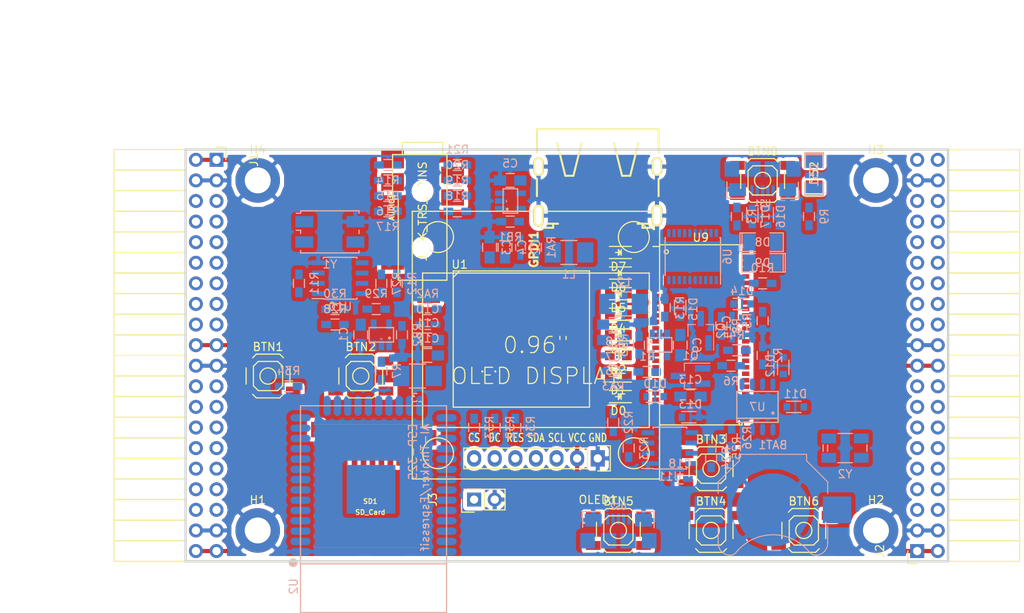
<source format=kicad_pcb>
(kicad_pcb (version 4) (host pcbnew 4.0.5+dfsg1-4)
  (layers (0 F.Cu signal) (1 In1.Cu signal) (2 In2.Cu signal) (31 B.Cu signal) (34 B.Paste user) (35 F.Paste user) (36 B.SilkS user) (37 F.SilkS user) (38 B.Mask user) (39 F.Mask user) (44 Edge.Cuts user))
  (net 0 "")
  (net 1 GND)
  (net 2 +5V)
  (net 3 /gpio/IN5V)
  (net 4 /gpio/OUT5V)
  (net 5 +3V3)
  (net 6 "Net-(L1-Pad1)")
  (net 7 "Net-(L2-Pad1)")
  (net 8 +1V2)
  (net 9 BTN_D)
  (net 10 BTN_F1)
  (net 11 BTN_F2)
  (net 12 BTN_L)
  (net 13 BTN_R)
  (net 14 BTN_U)
  (net 15 /power/FB1)
  (net 16 +2V5)
  (net 17 "Net-(L3-Pad1)")
  (net 18 /power/PWREN)
  (net 19 /power/FB3)
  (net 20 /power/FB2)
  (net 21 "Net-(D9-Pad1)")
  (net 22 /power/VBAT)
  (net 23 SD_3)
  (net 24 JTAG_TDI)
  (net 25 JTAG_TCK)
  (net 26 JTAG_TMS)
  (net 27 JTAG_TDO)
  (net 28 /power/WAKEUPn)
  (net 29 /power/WKUP)
  (net 30 /power/SHUT)
  (net 31 /power/WAKE)
  (net 32 /power/HOLD)
  (net 33 /power/WKn)
  (net 34 /power/OSCI_32k)
  (net 35 /power/OSCO_32k)
  (net 36 FTDI_nSUSPEND)
  (net 37 USB_FTDI_DM)
  (net 38 USB_FTDI_DP)
  (net 39 "Net-(Q2-Pad3)")
  (net 40 SHUTDOWN)
  (net 41 /analog/AUDIO_L)
  (net 42 /analog/AUDIO_R)
  (net 43 GPDI_5V_SCL)
  (net 44 GPDI_5V_SDA)
  (net 45 GPDI_SDA)
  (net 46 GPDI_SCL)
  (net 47 /gpdi/VREF2)
  (net 48 /blinkey/BTNPU)
  (net 49 SD_CMD)
  (net 50 SD_CLK)
  (net 51 SD_D0)
  (net 52 SD_D1)
  (net 53 USB5V)
  (net 54 /gpio/B11)
  (net 55 /gpio/C11)
  (net 56 /gpio/A10)
  (net 57 /gpio/A11)
  (net 58 /gpio/B10)
  (net 59 /gpio/A9)
  (net 60 /gpio/C10)
  (net 61 /gpio/B9)
  (net 62 /gpio/E9)
  (net 63 /gpio/D9)
  (net 64 /gpio/A8)
  (net 65 /gpio/A7)
  (net 66 /gpio/B8)
  (net 67 /gpio/C8)
  (net 68 /gpio/D8)
  (net 69 /gpio/E8)
  (net 70 /gpio/C7)
  (net 71 /gpio/C6)
  (net 72 /gpio/D7)
  (net 73 /gpio/E7)
  (net 74 /gpio/D6)
  (net 75 /gpio/E6)
  (net 76 /gpio/B6)
  (net 77 /gpio/A6)
  (net 78 /gpio/A19)
  (net 79 /gpio/B20)
  (net 80 /gpio/A18)
  (net 81 /gpio/B19)
  (net 82 /gpio/A17)
  (net 83 /gpio/B18)
  (net 84 /gpio/B17)
  (net 85 /gpio/C17)
  (net 86 /gpio/C16)
  (net 87 /gpio/D16)
  (net 88 /gpio/A16)
  (net 89 /gpio/B16)
  (net 90 /gpio/D15)
  (net 91 /gpio/E15)
  (net 92 /gpio/B15)
  (net 93 /gpio/C15)
  (net 94 /gpio/D14)
  (net 95 /gpio/E14)
  (net 96 /gpio/A14)
  (net 97 /gpio/C14)
  (net 98 /gpio/D13)
  (net 99 /gpio/E13)
  (net 100 /gpio/B13)
  (net 101 /gpio/C13)
  (net 102 /gpio/A12)
  (net 103 /gpio/A13)
  (net 104 /gpio/D12)
  (net 105 /gpio/E12)
  (net 106 /gpio/B12)
  (net 107 /gpio/C12)
  (net 108 /gpio/D11)
  (net 109 /gpio/E11)
  (net 110 "Net-(BTN0-Pad1)")
  (net 111 LED0)
  (net 112 LED1)
  (net 113 LED2)
  (net 114 LED3)
  (net 115 LED4)
  (net 116 LED5)
  (net 117 LED6)
  (net 118 LED7)
  (net 119 BTN_PWRn)
  (net 120 GPDI_ETH_N)
  (net 121 GPDI_ETH_P)
  (net 122 GPDI_D2_P)
  (net 123 GPDI_D2_N)
  (net 124 GPDI_D1_P)
  (net 125 GPDI_D1_N)
  (net 126 GPDI_D0_P)
  (net 127 GPDI_D0_N)
  (net 128 GPDI_CLK_P)
  (net 129 GPDI_CLK_N)
  (net 130 GPDI_CEC)
  (net 131 nRESET)
  (net 132 /usb/FT3V3)
  (net 133 FTDI_nDTR)
  (net 134 SDRAM_CKE)
  (net 135 SDRAM_A7)
  (net 136 SDRAM_D15)
  (net 137 SDRAM_BA1)
  (net 138 SDRAM_D7)
  (net 139 SDRAM_A6)
  (net 140 SDRAM_CLK)
  (net 141 SDRAM_D13)
  (net 142 SDRAM_BA0)
  (net 143 SDRAM_D6)
  (net 144 SDRAM_A5)
  (net 145 SDRAM_D14)
  (net 146 SDRAM_A11)
  (net 147 SDRAM_D12)
  (net 148 SDRAM_D5)
  (net 149 SDRAM_A4)
  (net 150 SDRAM_A10)
  (net 151 SDRAM_D11)
  (net 152 SDRAM_A3)
  (net 153 SDRAM_D4)
  (net 154 SDRAM_D10)
  (net 155 SDRAM_D9)
  (net 156 SDRAM_A9)
  (net 157 SDRAM_D3)
  (net 158 SDRAM_D8)
  (net 159 SDRAM_A8)
  (net 160 SDRAM_A2)
  (net 161 SDRAM_A1)
  (net 162 SDRAM_A0)
  (net 163 SDRAM_D2)
  (net 164 SDRAM_D1)
  (net 165 SDRAM_D0)
  (net 166 SDRAM_DQM0)
  (net 167 SDRAM_nCS)
  (net 168 SDRAM_nRAS)
  (net 169 SDRAM_DQM1)
  (net 170 SDRAM_nCAS)
  (net 171 SDRAM_nWE)
  (net 172 /flash/FLASH_nWP)
  (net 173 /flash/FLASH_nHOLD)
  (net 174 /flash/FLASH_MOSI)
  (net 175 /flash/FLASH_MISO)
  (net 176 /flash/FLASH_SCK)
  (net 177 /flash/FLASH_nCS)
  (net 178 /flash/FPGA_PROGRAMN)
  (net 179 /flash/FPGA_DONE)
  (net 180 /flash/FPGA_INITN)
  (net 181 OLED_MOSI)
  (net 182 OLED_RES)
  (net 183 OLED_DC)
  (net 184 OLED_CS)
  (net 185 AUDIO_L3)
  (net 186 AUDIO_L2)
  (net 187 AUDIO_L1)
  (net 188 AUDIO_L0)
  (net 189 AUDIO_R3)
  (net 190 AUDIO_R2)
  (net 191 AUDIO_R1)
  (net 192 AUDIO_R0)
  (net 193 WIFI_EN)
  (net 194 FTDI_nRTS)
  (net 195 WIFI_GPIO2)
  (net 196 FTDI_TXD)
  (net 197 FTDI_RXD)
  (net 198 WIFI_RXD)
  (net 199 WIFI_GPIO0)
  (net 200 FTDI_nCTS)
  (net 201 WIFI_TXD)
  (net 202 FTDI_nRI)
  (net 203 FTDI_nDCD)
  (net 204 WIFI_GPIO15)
  (net 205 /gpdi/CLK_25MHz)
  (module Keystone_3000_1x12mm-CoinCell:Keystone_3000_1x12mm-CoinCell (layer B.Cu) (at 166.49 105.87 180)
    (fp_text reference BAT1 (at 0 8 180) (layer B.SilkS) (effects (justify mirror)))
    (fp_text value CR1225)
    (pad 1 smd rect (at -7.9 0 180) (size 3.5 3.3) (layers B.Cu B.Paste B.Mask) (net 22 /power/VBAT))
    (pad 1 smd rect (at 7.9 0 180) (size 3.5 3.3) (layers B.Cu B.Paste B.Mask) (net 22 /power/VBAT))
    (pad 2 smd circle (at 0 0 180) (size 9 9) (layers B.Cu B.Mask) (net 1 GND))
  )
  (module SMD_Packages:SMD-1206_Pol (layer F.Cu) (at 171.57 64.341 90)
    (fp_text reference D52 (at 0 0 90) (layer F.SilkS))
    (fp_text value 2A)
    (pad 1 smd rect (at -1.651 0 90) (size 1.524 2.032) (layers F.Cu F.Paste F.Mask) (net 4 /gpio/OUT5V))
    (pad 2 smd rect (at 1.651 0 90) (size 1.524 2.032) (layers F.Cu F.Paste F.Mask) (net 2 +5V))
  )
  (module SMD_Packages:SMD-1206_Pol (layer B.Cu) (at 171.57 64.595 270)
    (fp_text reference D51 (at 0 0 270) (layer B.SilkS) (effects (justify mirror)))
    (fp_text value 2A)
    (pad 1 smd rect (at -1.651 0 270) (size 1.524 2.032) (layers B.Cu B.Paste B.Mask) (net 2 +5V))
    (pad 2 smd rect (at 1.651 0 270) (size 1.524 2.032) (layers B.Cu B.Paste B.Mask) (net 3 /gpio/IN5V))
  )
  (module micro-sd:MicroSD_TF02D (layer F.Cu) (at 116.87 110.52 180)
    (fp_text reference SD1 (at 0 5.7 180) (layer F.SilkS) (effects (font (size 0.59944 0.59944) (thickness 0.12446))))
    (fp_text value SD_Card (at 0 4.35 180) (layer F.SilkS) (effects (font (size 0.59944 0.59944) (thickness 0.12446))))
    (pad 1 smd rect (at 1.94 11 180) (size 0.7 1.8) (layers F.Cu F.Paste F.Mask) (net 23 SD_3))
    (pad 2 smd rect (at 0.84 11 180) (size 0.7 1.8) (layers F.Cu F.Paste F.Mask) (net 49 SD_CMD))
    (pad 3 smd rect (at -0.26 11 180) (size 0.7 1.8) (layers F.Cu F.Paste F.Mask) (net 1 GND))
    (pad 4 smd rect (at -1.36 11 180) (size 0.7 1.8) (layers F.Cu F.Paste F.Mask) (net 5 +3V3))
    (pad 5 smd rect (at -2.46 11 180) (size 0.7 1.8) (layers F.Cu F.Paste F.Mask) (net 50 SD_CLK))
    (pad 6 smd rect (at -3.56 11 180) (size 0.7 1.8) (layers F.Cu F.Paste F.Mask) (net 1 GND))
    (pad 7 smd rect (at -4.66 11 180) (size 0.7 1.8) (layers F.Cu F.Paste F.Mask) (net 51 SD_D0))
    (pad 8 smd rect (at -5.76 11 180) (size 0.7 1.8) (layers F.Cu F.Paste F.Mask) (net 52 SD_D1))
    (pad S smd rect (at -5.05 0.4 180) (size 1.6 1.4) (layers F.Cu F.Paste F.Mask))
    (pad S smd rect (at 0.75 0.4 180) (size 1.8 1.4) (layers F.Cu F.Paste F.Mask))
    (pad G smd rect (at -7.45 13.55 180) (size 1.4 1.9) (layers F.Cu F.Paste F.Mask))
    (pad G smd rect (at 6.6 14.55 180) (size 1.4 1.9) (layers F.Cu F.Paste F.Mask))
  )
  (module Resistors_SMD:R_1210_HandSoldering (layer B.Cu) (at 141.344 74.12)
    (fp_text reference L1 (at 0 2.7) (layer B.SilkS) (effects (justify mirror)))
    (fp_text value 2.2uH)
    (pad 1 smd rect (at -2 0) (size 2 2.5) (layers B.Cu B.Paste B.Mask) (net 6 "Net-(L1-Pad1)"))
    (pad 2 smd rect (at 2 0) (size 2 2.5) (layers B.Cu B.Paste B.Mask) (net 8 +1V2))
  )
  (module TSOT-25:TSOT-25 (layer B.Cu) (at 134.135 67.77 90)
    (fp_text reference U3 (at 0 -0.5 90) (layer B.SilkS) (effects (font (size 0.15 0.15) (thickness 0.0375)) (justify mirror)))
    (fp_text value AP3429A)
    (pad 1 smd rect (at -0.95 -1.3 90) (size 0.7 1.2) (layers B.Cu B.Paste B.Mask) (net 18 /power/PWREN))
    (pad 2 smd rect (at 0 -1.3 90) (size 0.7 1.2) (layers B.Cu B.Paste B.Mask) (net 1 GND))
    (pad 3 smd rect (at 0.95 -1.3 90) (size 0.7 1.2) (layers B.Cu B.Paste B.Mask) (net 6 "Net-(L1-Pad1)"))
    (pad 4 smd rect (at 0.95 1.3 90) (size 0.7 1.2) (layers B.Cu B.Paste B.Mask) (net 2 +5V))
    (pad 5 smd rect (at -0.95 1.3 90) (size 0.7 1.2) (layers B.Cu B.Paste B.Mask) (net 15 /power/FB1))
  )
  (module Resistors_SMD:R_1210_HandSoldering (layer B.Cu) (at 148.075 80.47 180)
    (fp_text reference L2 (at 0 2.7 180) (layer B.SilkS) (effects (justify mirror)))
    (fp_text value 2.2uH)
    (pad 1 smd rect (at -2 0 180) (size 2 2.5) (layers B.Cu B.Paste B.Mask) (net 7 "Net-(L2-Pad1)"))
    (pad 2 smd rect (at 2 0 180) (size 2 2.5) (layers B.Cu B.Paste B.Mask) (net 5 +3V3))
  )
  (module TSOT-25:TSOT-25 (layer B.Cu) (at 152.52 85.52)
    (fp_text reference U4 (at 0 -0.5) (layer B.SilkS) (effects (font (size 0.15 0.15) (thickness 0.0375)) (justify mirror)))
    (fp_text value AP3429A)
    (pad 1 smd rect (at -0.95 -1.3) (size 0.7 1.2) (layers B.Cu B.Paste B.Mask) (net 18 /power/PWREN))
    (pad 2 smd rect (at 0 -1.3) (size 0.7 1.2) (layers B.Cu B.Paste B.Mask) (net 1 GND))
    (pad 3 smd rect (at 0.95 -1.3) (size 0.7 1.2) (layers B.Cu B.Paste B.Mask) (net 7 "Net-(L2-Pad1)"))
    (pad 4 smd rect (at 0.95 1.3) (size 0.7 1.2) (layers B.Cu B.Paste B.Mask) (net 2 +5V))
    (pad 5 smd rect (at -0.95 1.3) (size 0.7 1.2) (layers B.Cu B.Paste B.Mask) (net 19 /power/FB3))
  )
  (module Buttons_Switches_SMD:SW_SPST_SKQG (layer F.Cu) (at 104.26 89.36)
    (fp_text reference BTN1 (at 0 -3.6) (layer F.SilkS))
    (fp_text value FIRE1)
    (pad 1 smd rect (at -3.1 -1.85) (size 1.8 1.1) (layers F.Cu F.Paste F.Mask) (net 48 /blinkey/BTNPU))
    (pad 1 smd rect (at 3.1 -1.85) (size 1.8 1.1) (layers F.Cu F.Paste F.Mask) (net 48 /blinkey/BTNPU))
    (pad 2 smd rect (at -3.1 1.85) (size 1.8 1.1) (layers F.Cu F.Paste F.Mask) (net 10 BTN_F1))
    (pad 2 smd rect (at 3.1 1.85) (size 1.8 1.1) (layers F.Cu F.Paste F.Mask) (net 10 BTN_F1))
  )
  (module Buttons_Switches_SMD:SW_SPST_SKQG (layer F.Cu) (at 115.69 89.36)
    (fp_text reference BTN2 (at 0 -3.6) (layer F.SilkS))
    (fp_text value FIRE2)
    (pad 1 smd rect (at -3.1 -1.85) (size 1.8 1.1) (layers F.Cu F.Paste F.Mask) (net 48 /blinkey/BTNPU))
    (pad 1 smd rect (at 3.1 -1.85) (size 1.8 1.1) (layers F.Cu F.Paste F.Mask) (net 48 /blinkey/BTNPU))
    (pad 2 smd rect (at -3.1 1.85) (size 1.8 1.1) (layers F.Cu F.Paste F.Mask) (net 11 BTN_F2))
    (pad 2 smd rect (at 3.1 1.85) (size 1.8 1.1) (layers F.Cu F.Paste F.Mask) (net 11 BTN_F2))
  )
  (module Buttons_Switches_SMD:SW_SPST_SKQG (layer F.Cu) (at 158.87 100.79)
    (fp_text reference BTN3 (at 0 -3.6) (layer F.SilkS))
    (fp_text value UP)
    (pad 1 smd rect (at -3.1 -1.85) (size 1.8 1.1) (layers F.Cu F.Paste F.Mask) (net 48 /blinkey/BTNPU))
    (pad 1 smd rect (at 3.1 -1.85) (size 1.8 1.1) (layers F.Cu F.Paste F.Mask) (net 48 /blinkey/BTNPU))
    (pad 2 smd rect (at -3.1 1.85) (size 1.8 1.1) (layers F.Cu F.Paste F.Mask) (net 14 BTN_U))
    (pad 2 smd rect (at 3.1 1.85) (size 1.8 1.1) (layers F.Cu F.Paste F.Mask) (net 14 BTN_U))
  )
  (module Buttons_Switches_SMD:SW_SPST_SKQG (layer F.Cu) (at 158.87 108.41)
    (fp_text reference BTN4 (at 0 -3.6) (layer F.SilkS))
    (fp_text value DOWN)
    (pad 1 smd rect (at -3.1 -1.85) (size 1.8 1.1) (layers F.Cu F.Paste F.Mask) (net 48 /blinkey/BTNPU))
    (pad 1 smd rect (at 3.1 -1.85) (size 1.8 1.1) (layers F.Cu F.Paste F.Mask) (net 48 /blinkey/BTNPU))
    (pad 2 smd rect (at -3.1 1.85) (size 1.8 1.1) (layers F.Cu F.Paste F.Mask) (net 9 BTN_D))
    (pad 2 smd rect (at 3.1 1.85) (size 1.8 1.1) (layers F.Cu F.Paste F.Mask) (net 9 BTN_D))
  )
  (module Buttons_Switches_SMD:SW_SPST_SKQG (layer F.Cu) (at 147.44 108.41)
    (fp_text reference BTN5 (at 0 -3.6) (layer F.SilkS))
    (fp_text value LEFT)
    (pad 1 smd rect (at -3.1 -1.85) (size 1.8 1.1) (layers F.Cu F.Paste F.Mask) (net 48 /blinkey/BTNPU))
    (pad 1 smd rect (at 3.1 -1.85) (size 1.8 1.1) (layers F.Cu F.Paste F.Mask) (net 48 /blinkey/BTNPU))
    (pad 2 smd rect (at -3.1 1.85) (size 1.8 1.1) (layers F.Cu F.Paste F.Mask) (net 12 BTN_L))
    (pad 2 smd rect (at 3.1 1.85) (size 1.8 1.1) (layers F.Cu F.Paste F.Mask) (net 12 BTN_L))
  )
  (module Buttons_Switches_SMD:SW_SPST_SKQG (layer F.Cu) (at 170.3 108.41)
    (fp_text reference BTN6 (at 0 -3.6) (layer F.SilkS))
    (fp_text value RIGHT)
    (pad 1 smd rect (at -3.1 -1.85) (size 1.8 1.1) (layers F.Cu F.Paste F.Mask) (net 48 /blinkey/BTNPU))
    (pad 1 smd rect (at 3.1 -1.85) (size 1.8 1.1) (layers F.Cu F.Paste F.Mask) (net 48 /blinkey/BTNPU))
    (pad 2 smd rect (at -3.1 1.85) (size 1.8 1.1) (layers F.Cu F.Paste F.Mask) (net 13 BTN_R))
    (pad 2 smd rect (at 3.1 1.85) (size 1.8 1.1) (layers F.Cu F.Paste F.Mask) (net 13 BTN_R))
  )
  (module LEDs:LED_0805 (layer F.Cu) (at 147.44 91.9 180)
    (fp_text reference D0 (at 0 -1.75 180) (layer F.SilkS))
    (fp_text value LED)
    (pad 2 smd rect (at 1.04902 0) (size 1.19888 1.19888) (layers F.Cu F.Paste F.Mask) (net 111 LED0))
    (pad 1 smd rect (at -1.04902 0) (size 1.19888 1.19888) (layers F.Cu F.Paste F.Mask) (net 1 GND))
  )
  (module LEDs:LED_0805 (layer F.Cu) (at 147.44 89.36 180)
    (fp_text reference D1 (at 0 -1.75 180) (layer F.SilkS))
    (fp_text value LED)
    (pad 2 smd rect (at 1.04902 0) (size 1.19888 1.19888) (layers F.Cu F.Paste F.Mask) (net 112 LED1))
    (pad 1 smd rect (at -1.04902 0) (size 1.19888 1.19888) (layers F.Cu F.Paste F.Mask) (net 1 GND))
  )
  (module LEDs:LED_0805 (layer F.Cu) (at 147.44 86.82 180)
    (fp_text reference D2 (at 0 -1.75 180) (layer F.SilkS))
    (fp_text value LED)
    (pad 2 smd rect (at 1.04902 0) (size 1.19888 1.19888) (layers F.Cu F.Paste F.Mask) (net 113 LED2))
    (pad 1 smd rect (at -1.04902 0) (size 1.19888 1.19888) (layers F.Cu F.Paste F.Mask) (net 1 GND))
  )
  (module LEDs:LED_0805 (layer F.Cu) (at 147.44 84.28 180)
    (fp_text reference D3 (at 0 -1.75 180) (layer F.SilkS))
    (fp_text value LED)
    (pad 2 smd rect (at 1.04902 0) (size 1.19888 1.19888) (layers F.Cu F.Paste F.Mask) (net 114 LED3))
    (pad 1 smd rect (at -1.04902 0) (size 1.19888 1.19888) (layers F.Cu F.Paste F.Mask) (net 1 GND))
  )
  (module LEDs:LED_0805 (layer F.Cu) (at 147.44 81.74 180)
    (fp_text reference D4 (at 0 -1.75 180) (layer F.SilkS))
    (fp_text value LED)
    (pad 2 smd rect (at 1.04902 0) (size 1.19888 1.19888) (layers F.Cu F.Paste F.Mask) (net 115 LED4))
    (pad 1 smd rect (at -1.04902 0) (size 1.19888 1.19888) (layers F.Cu F.Paste F.Mask) (net 1 GND))
  )
  (module LEDs:LED_0805 (layer F.Cu) (at 147.44 79.2 180)
    (fp_text reference D5 (at 0 -1.75 180) (layer F.SilkS))
    (fp_text value LED)
    (pad 2 smd rect (at 1.04902 0) (size 1.19888 1.19888) (layers F.Cu F.Paste F.Mask) (net 116 LED5))
    (pad 1 smd rect (at -1.04902 0) (size 1.19888 1.19888) (layers F.Cu F.Paste F.Mask) (net 1 GND))
  )
  (module LEDs:LED_0805 (layer F.Cu) (at 147.44 76.66 180)
    (fp_text reference D6 (at 0 -1.75 180) (layer F.SilkS))
    (fp_text value LED)
    (pad 2 smd rect (at 1.04902 0) (size 1.19888 1.19888) (layers F.Cu F.Paste F.Mask) (net 117 LED6))
    (pad 1 smd rect (at -1.04902 0) (size 1.19888 1.19888) (layers F.Cu F.Paste F.Mask) (net 1 GND))
  )
  (module LEDs:LED_0805 (layer F.Cu) (at 147.44 74.12 180)
    (fp_text reference D7 (at 0 -1.75 180) (layer F.SilkS))
    (fp_text value LED)
    (pad 2 smd rect (at 1.04902 0) (size 1.19888 1.19888) (layers F.Cu F.Paste F.Mask) (net 118 LED7))
    (pad 1 smd rect (at -1.04902 0) (size 1.19888 1.19888) (layers F.Cu F.Paste F.Mask) (net 1 GND))
  )
  (module Resistors_SMD:R_1210_HandSoldering (layer B.Cu) (at 122.675 89.36)
    (fp_text reference L3 (at 0 2.7) (layer B.SilkS) (effects (justify mirror)))
    (fp_text value 2.2uH)
    (pad 1 smd rect (at -2 0) (size 2 2.5) (layers B.Cu B.Paste B.Mask) (net 17 "Net-(L3-Pad1)"))
    (pad 2 smd rect (at 2 0) (size 2 2.5) (layers B.Cu B.Paste B.Mask) (net 16 +2V5))
  )
  (module TSOT-25:TSOT-25 (layer B.Cu) (at 118.23 84.28 180)
    (fp_text reference U5 (at 0 -0.5 180) (layer B.SilkS) (effects (font (size 0.15 0.15) (thickness 0.0375)) (justify mirror)))
    (fp_text value AP3429A)
    (pad 1 smd rect (at -0.95 -1.3 180) (size 0.7 1.2) (layers B.Cu B.Paste B.Mask) (net 18 /power/PWREN))
    (pad 2 smd rect (at 0 -1.3 180) (size 0.7 1.2) (layers B.Cu B.Paste B.Mask) (net 1 GND))
    (pad 3 smd rect (at 0.95 -1.3 180) (size 0.7 1.2) (layers B.Cu B.Paste B.Mask) (net 17 "Net-(L3-Pad1)"))
    (pad 4 smd rect (at 0.95 1.3 180) (size 0.7 1.2) (layers B.Cu B.Paste B.Mask) (net 2 +5V))
    (pad 5 smd rect (at -0.95 1.3 180) (size 0.7 1.2) (layers B.Cu B.Paste B.Mask) (net 20 /power/FB2))
  )
  (module Capacitors_SMD:C_0805_HandSoldering (layer B.Cu) (at 115.69 84.28 270)
    (fp_text reference C1 (at 0 2.1 270) (layer B.SilkS) (effects (justify mirror)))
    (fp_text value 22uF)
    (pad 1 smd rect (at -1.25 0 270) (size 1.5 1.25) (layers B.Cu B.Paste B.Mask) (net 2 +5V))
    (pad 2 smd rect (at 1.25 0 270) (size 1.5 1.25) (layers B.Cu B.Paste B.Mask) (net 1 GND))
  )
  (module Capacitors_SMD:C_0805_HandSoldering (layer B.Cu) (at 131.565 73.485 90)
    (fp_text reference C3 (at 0 2.1 90) (layer B.SilkS) (effects (justify mirror)))
    (fp_text value 22uF)
    (pad 1 smd rect (at -1.25 0 90) (size 1.5 1.25) (layers B.Cu B.Paste B.Mask) (net 8 +1V2))
    (pad 2 smd rect (at 1.25 0 90) (size 1.5 1.25) (layers B.Cu B.Paste B.Mask) (net 1 GND))
  )
  (module Capacitors_SMD:C_0805_HandSoldering (layer B.Cu) (at 133.47 73.485 90)
    (fp_text reference C4 (at 0 2.1 90) (layer B.SilkS) (effects (justify mirror)))
    (fp_text value 22uF)
    (pad 1 smd rect (at -1.25 0 90) (size 1.5 1.25) (layers B.Cu B.Paste B.Mask) (net 8 +1V2))
    (pad 2 smd rect (at 1.25 0 90) (size 1.5 1.25) (layers B.Cu B.Paste B.Mask) (net 1 GND))
  )
  (module Capacitors_SMD:C_0805_HandSoldering (layer B.Cu) (at 134.105 65.23 180)
    (fp_text reference C5 (at 0 2.1 180) (layer B.SilkS) (effects (justify mirror)))
    (fp_text value 22uF)
    (pad 1 smd rect (at -1.25 0 180) (size 1.5 1.25) (layers B.Cu B.Paste B.Mask) (net 2 +5V))
    (pad 2 smd rect (at 1.25 0 180) (size 1.5 1.25) (layers B.Cu B.Paste B.Mask) (net 1 GND))
  )
  (module Capacitors_SMD:C_0805_HandSoldering (layer B.Cu) (at 146.805 84.915)
    (fp_text reference C7 (at 0 2.1) (layer B.SilkS) (effects (justify mirror)))
    (fp_text value 22uF)
    (pad 1 smd rect (at -1.25 0) (size 1.5 1.25) (layers B.Cu B.Paste B.Mask) (net 5 +3V3))
    (pad 2 smd rect (at 1.25 0) (size 1.5 1.25) (layers B.Cu B.Paste B.Mask) (net 1 GND))
  )
  (module Capacitors_SMD:C_0805_HandSoldering (layer B.Cu) (at 146.805 83.01)
    (fp_text reference C8 (at 0 2.1) (layer B.SilkS) (effects (justify mirror)))
    (fp_text value 22uF)
    (pad 1 smd rect (at -1.25 0) (size 1.5 1.25) (layers B.Cu B.Paste B.Mask) (net 5 +3V3))
    (pad 2 smd rect (at 1.25 0) (size 1.5 1.25) (layers B.Cu B.Paste B.Mask) (net 1 GND))
  )
  (module Capacitors_SMD:C_0805_HandSoldering (layer B.Cu) (at 155.06 85.55 90)
    (fp_text reference C9 (at 0 2.1 90) (layer B.SilkS) (effects (justify mirror)))
    (fp_text value 22uF)
    (pad 1 smd rect (at -1.25 0 90) (size 1.5 1.25) (layers B.Cu B.Paste B.Mask) (net 2 +5V))
    (pad 2 smd rect (at 1.25 0 90) (size 1.5 1.25) (layers B.Cu B.Paste B.Mask) (net 1 GND))
  )
  (module Capacitors_SMD:C_0805_HandSoldering (layer B.Cu) (at 123.945 84.915 180)
    (fp_text reference C11 (at 0 2.1 180) (layer B.SilkS) (effects (justify mirror)))
    (fp_text value 22uF)
    (pad 1 smd rect (at -1.25 0 180) (size 1.5 1.25) (layers B.Cu B.Paste B.Mask) (net 16 +2V5))
    (pad 2 smd rect (at 1.25 0 180) (size 1.5 1.25) (layers B.Cu B.Paste B.Mask) (net 1 GND))
  )
  (module Capacitors_SMD:C_0805_HandSoldering (layer B.Cu) (at 123.945 86.82 180)
    (fp_text reference C12 (at 0 2.1 180) (layer B.SilkS) (effects (justify mirror)))
    (fp_text value 22uF)
    (pad 1 smd rect (at -1.25 0 180) (size 1.5 1.25) (layers B.Cu B.Paste B.Mask) (net 16 +2V5))
    (pad 2 smd rect (at 1.25 0 180) (size 1.5 1.25) (layers B.Cu B.Paste B.Mask) (net 1 GND))
  )
  (module SMD_Packages:SMD-1206_Pol (layer B.Cu) (at 165.22 72.85)
    (fp_text reference D8 (at 0 0) (layer B.SilkS) (effects (justify mirror)))
    (fp_text value 2A)
    (pad 1 smd rect (at -1.651 0) (size 1.524 2.032) (layers B.Cu B.Paste B.Mask) (net 2 +5V))
    (pad 2 smd rect (at 1.651 0) (size 1.524 2.032) (layers B.Cu B.Paste B.Mask) (net 53 USB5V))
  )
  (module SMD_Packages:SMD-1206_Pol (layer B.Cu) (at 165.22 75.39 180)
    (fp_text reference D9 (at 0 0 180) (layer B.SilkS) (effects (justify mirror)))
    (fp_text value 2A)
    (pad 1 smd rect (at -1.651 0 180) (size 1.524 2.032) (layers B.Cu B.Paste B.Mask) (net 21 "Net-(D9-Pad1)"))
    (pad 2 smd rect (at 1.651 0 180) (size 1.524 2.032) (layers B.Cu B.Paste B.Mask) (net 2 +5V))
  )
  (module Power_Integrations:SO-8 (layer B.Cu) (at 164.585 93.17 180)
    (fp_text reference U7 (at 0 0 180) (layer B.SilkS) (effects (justify mirror)))
    (fp_text value PCF8523)
    (pad 1 smd oval (at -1.905 -2.794 180) (size 0.6096 1.4732) (layers B.Cu B.Paste B.Mask) (net 34 /power/OSCI_32k))
    (pad 2 smd oval (at -0.635 -2.794 180) (size 0.6096 1.4732) (layers B.Cu B.Paste B.Mask) (net 35 /power/OSCO_32k))
    (pad 3 smd oval (at 0.635 -2.794 180) (size 0.6096 1.4732) (layers B.Cu B.Paste B.Mask) (net 22 /power/VBAT))
    (pad 4 smd oval (at 1.905 -2.794 180) (size 0.6096 1.4732) (layers B.Cu B.Paste B.Mask) (net 1 GND))
    (pad 5 smd oval (at 1.905 2.794 180) (size 0.6096 1.4732) (layers B.Cu B.Paste B.Mask))
    (pad 6 smd oval (at 0.635 2.794 180) (size 0.6096 1.4732) (layers B.Cu B.Paste B.Mask))
    (pad 7 smd oval (at -0.635 2.794 180) (size 0.6096 1.4732) (layers B.Cu B.Paste B.Mask) (net 28 /power/WAKEUPn))
    (pad 8 smd oval (at -1.905 2.794 180) (size 0.6096 1.4732) (layers B.Cu B.Paste B.Mask) (net 16 +2V5))
  )
  (module Capacitors_SMD:C_0805_HandSoldering (layer B.Cu) (at 156.33 91.9 180)
    (fp_text reference C13 (at 0 2.1 180) (layer B.SilkS) (effects (justify mirror)))
    (fp_text value 2.2uF)
    (pad 1 smd rect (at -1.25 0 180) (size 1.5 1.25) (layers B.Cu B.Paste B.Mask) (net 2 +5V))
    (pad 2 smd rect (at 1.25 0 180) (size 1.5 1.25) (layers B.Cu B.Paste B.Mask) (net 29 /power/WKUP))
  )
  (module Diodes_SMD:D_0805 (layer B.Cu) (at 151.978 91.9)
    (fp_text reference D10 (at 0 -1.6) (layer B.SilkS) (effects (justify mirror)))
    (fp_text value 1N4148)
    (pad 1 smd rect (at -1.05 0) (size 0.8 0.9) (layers B.Cu B.Paste B.Mask) (net 31 /power/WAKE))
    (pad 2 smd rect (at 1.05 0) (size 0.8 0.9) (layers B.Cu B.Paste B.Mask) (net 29 /power/WKUP))
  )
  (module Diodes_SMD:D_0805 (layer B.Cu) (at 169.25 93.17)
    (fp_text reference D11 (at 0 -1.6) (layer B.SilkS) (effects (justify mirror)))
    (fp_text value 1N4148)
    (pad 1 smd rect (at -1.05 0) (size 0.8 0.9) (layers B.Cu B.Paste B.Mask) (net 32 /power/HOLD))
    (pad 2 smd rect (at 1.05 0) (size 0.8 0.9) (layers B.Cu B.Paste B.Mask) (net 5 +3V3))
  )
  (module Diodes_SMD:D_0805 (layer B.Cu) (at 155.06 81.105 270)
    (fp_text reference D15 (at 0 -1.6 270) (layer B.SilkS) (effects (justify mirror)))
    (fp_text value BAT42)
    (pad 1 smd rect (at -1.05 0 270) (size 0.8 0.9) (layers B.Cu B.Paste B.Mask) (net 30 /power/SHUT))
    (pad 2 smd rect (at 1.05 0 270) (size 0.8 0.9) (layers B.Cu B.Paste B.Mask) (net 40 SHUTDOWN))
  )
  (module Diodes_SMD:D_0805 (layer B.Cu) (at 167.76 88.09 90)
    (fp_text reference D12 (at 0 -1.6 90) (layer B.SilkS) (effects (justify mirror)))
    (fp_text value 1N4148)
    (pad 1 smd rect (at -1.05 0 90) (size 0.8 0.9) (layers B.Cu B.Paste B.Mask) (net 18 /power/PWREN))
    (pad 2 smd rect (at 1.05 0 90) (size 0.8 0.9) (layers B.Cu B.Paste B.Mask) (net 36 FTDI_nSUSPEND))
  )
  (module usb_otg:USB-MICRO-B-FCI-10118192-0001LF (layer B.Cu) (at 165.22 63.825)
    (fp_text reference US1 (at 0 4.2) (layer B.SilkS) (effects (font (size 0.7 0.7)) (justify mirror)))
    (fp_text value USB_FTDI hide)
    (pad 6 smd rect (at -3.1 2.55) (size 2.1 1.6) (layers B.Cu B.Paste B.Mask) (net 1 GND))
    (pad 6 smd rect (at 3.1 2.55) (size 2.1 1.6) (layers B.Cu B.Paste B.Mask) (net 1 GND))
    (pad "" smd rect (at -1.2 0) (size 1.9 1.9) (layers B.Cu B.Paste B.Mask))
    (pad "" smd rect (at 1.2 0) (size 1.9 1.9) (layers B.Cu B.Paste B.Mask))
    (pad 1 smd rect (at -1.3 2.675) (size 0.4 1.35) (layers B.Cu B.Paste B.Mask) (net 53 USB5V))
    (pad 2 smd rect (at -0.65 2.675) (size 0.4 1.35) (layers B.Cu B.Paste B.Mask) (net 37 USB_FTDI_DM))
    (pad 3 smd rect (at 0 2.675) (size 0.4 1.35) (layers B.Cu B.Paste B.Mask) (net 38 USB_FTDI_DP))
    (pad 4 smd rect (at 0.65 2.675) (size 0.4 1.35) (layers B.Cu B.Paste B.Mask))
    (pad 5 smd rect (at 1.3 2.675) (size 0.4 1.35) (layers B.Cu B.Paste B.Mask) (net 1 GND))
    (pad "" smd rect (at -3.8 0) (size 1.8 1.9) (layers B.Cu B.Paste B.Mask))
    (pad "" smd rect (at 3.8 0) (size 1.8 1.9) (layers B.Cu B.Paste B.Mask))
  )
  (module usb_otg:USB-MICRO-B-FCI-10118192-0001LF (layer B.Cu) (at 147.44 109.68 180)
    (fp_text reference US2 (at 0 4.2 180) (layer B.SilkS) (effects (font (size 0.7 0.7)) (justify mirror)))
    (fp_text value USB_FPGA hide)
    (pad 6 smd rect (at -3.1 2.55 180) (size 2.1 1.6) (layers B.Cu B.Paste B.Mask) (net 1 GND))
    (pad 6 smd rect (at 3.1 2.55 180) (size 2.1 1.6) (layers B.Cu B.Paste B.Mask) (net 1 GND))
    (pad "" smd rect (at -1.2 0 180) (size 1.9 1.9) (layers B.Cu B.Paste B.Mask))
    (pad "" smd rect (at 1.2 0 180) (size 1.9 1.9) (layers B.Cu B.Paste B.Mask))
    (pad 1 smd rect (at -1.3 2.675 180) (size 0.4 1.35) (layers B.Cu B.Paste B.Mask) (net 21 "Net-(D9-Pad1)"))
    (pad 2 smd rect (at -0.65 2.675 180) (size 0.4 1.35) (layers B.Cu B.Paste B.Mask))
    (pad 3 smd rect (at 0 2.675 180) (size 0.4 1.35) (layers B.Cu B.Paste B.Mask))
    (pad 4 smd rect (at 0.65 2.675 180) (size 0.4 1.35) (layers B.Cu B.Paste B.Mask))
    (pad 5 smd rect (at 1.3 2.675 180) (size 0.4 1.35) (layers B.Cu B.Paste B.Mask) (net 1 GND))
    (pad "" smd rect (at -3.8 0 180) (size 1.8 1.9) (layers B.Cu B.Paste B.Mask))
    (pad "" smd rect (at 3.8 0 180) (size 1.8 1.9) (layers B.Cu B.Paste B.Mask))
  )
  (module audio-jack:CUI_SJ-43516-SMT (layer F.Cu) (at 123.31 69.04 270)
    (fp_text reference AUDIO1 (at -0.5 3.8 270) (layer F.SilkS) (effects (font (size 0.6096 0.6096) (thickness 0.1524))))
    (fp_text value JACK_TRS_6PINS (at 0 0 270) (layer F.SilkS))
    (pad 1 smd rect (at -6.4 3.7 270) (size 2.2 2.8) (layers F.Cu F.Paste F.Mask) (net 41 /analog/AUDIO_L))
    (pad 4 smd rect (at -3.6 3.7 270) (size 2.2 2.8) (layers F.Cu F.Paste F.Mask))
    (pad 2 smd rect (at 5.8 3.7 270) (size 2.8 2.8) (layers F.Cu F.Paste F.Mask) (net 1 GND))
    (pad 5 smd rect (at 9.9 -0.75 270) (size 2.8 2.8) (layers F.Cu F.Paste F.Mask))
    (pad 3 smd rect (at -1.7 -3.7 270) (size 2 2.8) (layers F.Cu F.Paste F.Mask) (net 42 /analog/AUDIO_R))
    (pad 6 smd rect (at -4.5 -3.7 270) (size 2 2.8) (layers F.Cu F.Paste F.Mask))
    (pad "" np_thru_hole circle (at -2.5 0 270) (size 1.7 1.7) (drill 1.7) (layers *.Cu *.Mask F.SilkS) (clearance 0.4))
    (pad "" np_thru_hole circle (at 4.5 0 270) (size 1.7 1.7) (drill 1.7) (layers *.Cu *.Mask F.SilkS) (clearance 0.4))
  )
  (module TSOP54:TSOP54 (layer F.Cu) (at 157.6 84.28)
    (fp_text reference U9 (at 0 -12) (layer F.SilkS))
    (fp_text value MT48LC16M16A2TG)
    (pad 28 smd rect (at 5.53 10.4) (size 0.9 0.56) (layers F.Cu F.Paste F.Mask) (net 1 GND))
    (pad 1 smd rect (at -5.53 -10.4) (size 0.9 0.56) (layers F.Cu F.Paste F.Mask) (net 5 +3V3))
    (pad 2 smd rect (at -5.53 -9.6) (size 0.9 0.56) (layers F.Cu F.Paste F.Mask) (net 165 SDRAM_D0))
    (pad 3 smd rect (at -5.53 -8.8) (size 0.9 0.56) (layers F.Cu F.Paste F.Mask) (net 5 +3V3))
    (pad 4 smd rect (at -5.53 -8) (size 0.9 0.56) (layers F.Cu F.Paste F.Mask) (net 164 SDRAM_D1))
    (pad 5 smd rect (at -5.53 -7.2) (size 0.9 0.56) (layers F.Cu F.Paste F.Mask) (net 163 SDRAM_D2))
    (pad 6 smd rect (at -5.53 -6.4) (size 0.9 0.56) (layers F.Cu F.Paste F.Mask) (net 1 GND))
    (pad 7 smd rect (at -5.53 -5.6) (size 0.9 0.56) (layers F.Cu F.Paste F.Mask) (net 157 SDRAM_D3))
    (pad 8 smd rect (at -5.53 -4.8) (size 0.9 0.56) (layers F.Cu F.Paste F.Mask) (net 153 SDRAM_D4))
    (pad 9 smd rect (at -5.53 -4) (size 0.9 0.56) (layers F.Cu F.Paste F.Mask) (net 5 +3V3))
    (pad 10 smd rect (at -5.53 -3.2) (size 0.9 0.56) (layers F.Cu F.Paste F.Mask) (net 148 SDRAM_D5))
    (pad 11 smd rect (at -5.53 -2.4) (size 0.9 0.56) (layers F.Cu F.Paste F.Mask) (net 143 SDRAM_D6))
    (pad 12 smd rect (at -5.53 -1.6) (size 0.9 0.56) (layers F.Cu F.Paste F.Mask) (net 1 GND))
    (pad 13 smd rect (at -5.53 -0.8) (size 0.9 0.56) (layers F.Cu F.Paste F.Mask) (net 138 SDRAM_D7))
    (pad 14 smd rect (at -5.53 0) (size 0.9 0.56) (layers F.Cu F.Paste F.Mask) (net 5 +3V3))
    (pad 15 smd rect (at -5.53 0.8) (size 0.9 0.56) (layers F.Cu F.Paste F.Mask) (net 166 SDRAM_DQM0))
    (pad 16 smd rect (at -5.53 1.6) (size 0.9 0.56) (layers F.Cu F.Paste F.Mask) (net 171 SDRAM_nWE))
    (pad 17 smd rect (at -5.53 2.4) (size 0.9 0.56) (layers F.Cu F.Paste F.Mask) (net 170 SDRAM_nCAS))
    (pad 18 smd rect (at -5.53 3.2) (size 0.9 0.56) (layers F.Cu F.Paste F.Mask) (net 168 SDRAM_nRAS))
    (pad 19 smd rect (at -5.53 4) (size 0.9 0.56) (layers F.Cu F.Paste F.Mask) (net 167 SDRAM_nCS))
    (pad 20 smd rect (at -5.53 4.8) (size 0.9 0.56) (layers F.Cu F.Paste F.Mask) (net 142 SDRAM_BA0))
    (pad 21 smd rect (at -5.53 5.6) (size 0.9 0.56) (layers F.Cu F.Paste F.Mask) (net 137 SDRAM_BA1))
    (pad 22 smd rect (at -5.53 6.4) (size 0.9 0.56) (layers F.Cu F.Paste F.Mask) (net 150 SDRAM_A10))
    (pad 23 smd rect (at -5.53 7.2) (size 0.9 0.56) (layers F.Cu F.Paste F.Mask) (net 162 SDRAM_A0))
    (pad 24 smd rect (at -5.53 8) (size 0.9 0.56) (layers F.Cu F.Paste F.Mask) (net 161 SDRAM_A1))
    (pad 25 smd rect (at -5.53 8.8) (size 0.9 0.56) (layers F.Cu F.Paste F.Mask) (net 160 SDRAM_A2))
    (pad 26 smd rect (at -5.53 9.6) (size 0.9 0.56) (layers F.Cu F.Paste F.Mask) (net 152 SDRAM_A3))
    (pad 27 smd rect (at -5.53 10.4) (size 0.9 0.56) (layers F.Cu F.Paste F.Mask) (net 5 +3V3))
    (pad 29 smd rect (at 5.53 9.6) (size 0.9 0.56) (layers F.Cu F.Paste F.Mask) (net 149 SDRAM_A4))
    (pad 30 smd rect (at 5.53 8.8) (size 0.9 0.56) (layers F.Cu F.Paste F.Mask) (net 144 SDRAM_A5))
    (pad 31 smd rect (at 5.53 8) (size 0.9 0.56) (layers F.Cu F.Paste F.Mask) (net 139 SDRAM_A6))
    (pad 32 smd rect (at 5.53 7.2) (size 0.9 0.56) (layers F.Cu F.Paste F.Mask) (net 135 SDRAM_A7))
    (pad 33 smd rect (at 5.53 6.4) (size 0.9 0.56) (layers F.Cu F.Paste F.Mask) (net 159 SDRAM_A8))
    (pad 34 smd rect (at 5.53 5.6) (size 0.9 0.56) (layers F.Cu F.Paste F.Mask) (net 156 SDRAM_A9))
    (pad 35 smd rect (at 5.53 4.8) (size 0.9 0.56) (layers F.Cu F.Paste F.Mask) (net 146 SDRAM_A11))
    (pad 36 smd rect (at 5.53 4) (size 0.9 0.56) (layers F.Cu F.Paste F.Mask))
    (pad 37 smd rect (at 5.53 3.2) (size 0.9 0.56) (layers F.Cu F.Paste F.Mask) (net 134 SDRAM_CKE))
    (pad 38 smd rect (at 5.53 2.4) (size 0.9 0.56) (layers F.Cu F.Paste F.Mask) (net 140 SDRAM_CLK))
    (pad 39 smd rect (at 5.53 1.6) (size 0.9 0.56) (layers F.Cu F.Paste F.Mask) (net 169 SDRAM_DQM1))
    (pad 40 smd rect (at 5.53 0.8) (size 0.9 0.56) (layers F.Cu F.Paste F.Mask))
    (pad 41 smd rect (at 5.53 0) (size 0.9 0.56) (layers F.Cu F.Paste F.Mask) (net 1 GND))
    (pad 42 smd rect (at 5.53 -0.8) (size 0.9 0.56) (layers F.Cu F.Paste F.Mask) (net 158 SDRAM_D8))
    (pad 43 smd rect (at 5.53 -1.6) (size 0.9 0.56) (layers F.Cu F.Paste F.Mask) (net 5 +3V3))
    (pad 44 smd rect (at 5.53 -2.4) (size 0.9 0.56) (layers F.Cu F.Paste F.Mask) (net 155 SDRAM_D9))
    (pad 45 smd rect (at 5.53 -3.2) (size 0.9 0.56) (layers F.Cu F.Paste F.Mask) (net 154 SDRAM_D10))
    (pad 46 smd rect (at 5.53 -4) (size 0.9 0.56) (layers F.Cu F.Paste F.Mask) (net 1 GND))
    (pad 47 smd rect (at 5.53 -4.8) (size 0.9 0.56) (layers F.Cu F.Paste F.Mask) (net 151 SDRAM_D11))
    (pad 48 smd rect (at 5.53 -5.6) (size 0.9 0.56) (layers F.Cu F.Paste F.Mask) (net 147 SDRAM_D12))
    (pad 49 smd rect (at 5.53 -6.4) (size 0.9 0.56) (layers F.Cu F.Paste F.Mask) (net 5 +3V3))
    (pad 50 smd rect (at 5.53 -7.2) (size 0.9 0.56) (layers F.Cu F.Paste F.Mask) (net 141 SDRAM_D13))
    (pad 51 smd rect (at 5.53 -8) (size 0.9 0.56) (layers F.Cu F.Paste F.Mask) (net 145 SDRAM_D14))
    (pad 52 smd rect (at 5.53 -8.8) (size 0.9 0.56) (layers F.Cu F.Paste F.Mask) (net 1 GND))
    (pad 53 smd rect (at 5.53 -9.6) (size 0.9 0.56) (layers F.Cu F.Paste F.Mask) (net 136 SDRAM_D15))
    (pad 54 smd rect (at 5.53 -10.4) (size 0.9 0.56) (layers F.Cu F.Paste F.Mask) (net 1 GND))
  )
  (module TO_SOT_Packages_SMD:SOT-23_Handsoldering (layer B.Cu) (at 156.33 89.36 180)
    (fp_text reference Q1 (at 0 2.5 180) (layer B.SilkS) (effects (justify mirror)))
    (fp_text value BC857)
    (pad 1 smd rect (at -1.5 0.95 180) (size 1.9 0.8) (layers B.Cu B.Paste B.Mask) (net 33 /power/WKn))
    (pad 2 smd rect (at -1.5 -0.95 180) (size 1.9 0.8) (layers B.Cu B.Paste B.Mask) (net 2 +5V))
    (pad 3 smd rect (at 1.5 0 180) (size 1.9 0.8) (layers B.Cu B.Paste B.Mask) (net 29 /power/WKUP))
  )
  (module TO_SOT_Packages_SMD:SOT-23_Handsoldering (layer B.Cu) (at 157.6 83.772 90)
    (fp_text reference Q2 (at 0 2.5 90) (layer B.SilkS) (effects (justify mirror)))
    (fp_text value 2N7002)
    (pad 1 smd rect (at -1.5 0.95 90) (size 1.9 0.8) (layers B.Cu B.Paste B.Mask) (net 30 /power/SHUT))
    (pad 2 smd rect (at -1.5 -0.95 90) (size 1.9 0.8) (layers B.Cu B.Paste B.Mask) (net 1 GND))
    (pad 3 smd rect (at 1.5 0 90) (size 1.9 0.8) (layers B.Cu B.Paste B.Mask) (net 39 "Net-(Q2-Pad3)"))
  )
  (module Capacitors_SMD:C_0603_HandSoldering (layer B.Cu) (at 135.375 73.485 90)
    (fp_text reference C2 (at 0 1.9 90) (layer B.SilkS) (effects (justify mirror)))
    (fp_text value 470pF)
    (pad 1 smd rect (at -0.95 0 90) (size 1.2 0.75) (layers B.Cu B.Paste B.Mask) (net 8 +1V2))
    (pad 2 smd rect (at 0.95 0 90) (size 1.2 0.75) (layers B.Cu B.Paste B.Mask) (net 15 /power/FB1))
  )
  (module Capacitors_SMD:C_0603_HandSoldering (layer B.Cu) (at 146.805 86.82)
    (fp_text reference C6 (at 0 1.9) (layer B.SilkS) (effects (justify mirror)))
    (fp_text value 470pF)
    (pad 1 smd rect (at -0.95 0) (size 1.2 0.75) (layers B.Cu B.Paste B.Mask) (net 5 +3V3))
    (pad 2 smd rect (at 0.95 0) (size 1.2 0.75) (layers B.Cu B.Paste B.Mask) (net 19 /power/FB3))
  )
  (module Capacitors_SMD:C_0603_HandSoldering (layer B.Cu) (at 123.945 83.01 180)
    (fp_text reference C10 (at 0 1.9 180) (layer B.SilkS) (effects (justify mirror)))
    (fp_text value 470pF)
    (pad 1 smd rect (at -0.95 0 180) (size 1.2 0.75) (layers B.Cu B.Paste B.Mask) (net 16 +2V5))
    (pad 2 smd rect (at 0.95 0 180) (size 1.2 0.75) (layers B.Cu B.Paste B.Mask) (net 20 /power/FB2))
  )
  (module Capacitors_SMD:C_0603_HandSoldering (layer B.Cu) (at 162.68 83.33 270)
    (fp_text reference C14 (at 0 1.9 270) (layer B.SilkS) (effects (justify mirror)))
    (fp_text value 100nF)
    (pad 1 smd rect (at -0.95 0 270) (size 1.2 0.75) (layers B.Cu B.Paste B.Mask) (net 30 /power/SHUT))
    (pad 2 smd rect (at 0.95 0 270) (size 1.2 0.75) (layers B.Cu B.Paste B.Mask) (net 1 GND))
  )
  (module Resistors_SMD:R_0603_HandSoldering (layer B.Cu) (at 150.996 88.852 180)
    (fp_text reference R1 (at 0 1.9 180) (layer B.SilkS) (effects (justify mirror)))
    (fp_text value 15k)
    (pad 1 smd rect (at -1.1 0 180) (size 1.2 0.9) (layers B.Cu B.Paste B.Mask) (net 31 /power/WAKE))
    (pad 2 smd rect (at 1.1 0 180) (size 1.2 0.9) (layers B.Cu B.Paste B.Mask) (net 18 /power/PWREN))
  )
  (module Resistors_SMD:R_0603_HandSoldering (layer B.Cu) (at 165.22 86.82 90)
    (fp_text reference R2 (at 0 1.9 90) (layer B.SilkS) (effects (justify mirror)))
    (fp_text value 47k)
    (pad 1 smd rect (at -1.1 0 90) (size 1.2 0.9) (layers B.Cu B.Paste B.Mask) (net 18 /power/PWREN))
    (pad 2 smd rect (at 1.1 0 90) (size 1.2 0.9) (layers B.Cu B.Paste B.Mask) (net 1 GND))
  )
  (module Resistors_SMD:R_0603_HandSoldering (layer B.Cu) (at 162.045 86.185 180)
    (fp_text reference R4 (at 0 1.9 180) (layer B.SilkS) (effects (justify mirror)))
    (fp_text value 15k)
    (pad 1 smd rect (at -1.1 0 180) (size 1.2 0.9) (layers B.Cu B.Paste B.Mask) (net 32 /power/HOLD))
    (pad 2 smd rect (at 1.1 0 180) (size 1.2 0.9) (layers B.Cu B.Paste B.Mask) (net 18 /power/PWREN))
  )
  (module Resistors_SMD:R_0603_HandSoldering (layer B.Cu) (at 165.22 82.545 270)
    (fp_text reference R5 (at 0 1.9 270) (layer B.SilkS) (effects (justify mirror)))
    (fp_text value 4.7M)
    (pad 1 smd rect (at -1.1 0 270) (size 1.2 0.9) (layers B.Cu B.Paste B.Mask) (net 30 /power/SHUT))
    (pad 2 smd rect (at 1.1 0 270) (size 1.2 0.9) (layers B.Cu B.Paste B.Mask) (net 1 GND))
  )
  (module Resistors_SMD:R_0603_HandSoldering (layer B.Cu) (at 161.33 88.09)
    (fp_text reference R6 (at 0 1.9) (layer B.SilkS) (effects (justify mirror)))
    (fp_text value 1k)
    (pad 1 smd rect (at -1.1 0) (size 1.2 0.9) (layers B.Cu B.Paste B.Mask) (net 33 /power/WKn))
    (pad 2 smd rect (at 1.1 0) (size 1.2 0.9) (layers B.Cu B.Paste B.Mask) (net 28 /power/WAKEUPn))
  )
  (module Resistors_SMD:R_0603_HandSoldering (layer B.Cu) (at 118.23 88.725 90)
    (fp_text reference R7 (at 0 1.9 90) (layer B.SilkS) (effects (justify mirror)))
    (fp_text value 220)
    (pad 1 smd rect (at -1.1 0 90) (size 1.2 0.9) (layers B.Cu B.Paste B.Mask) (net 5 +3V3))
    (pad 2 smd rect (at 1.1 0 90) (size 1.2 0.9) (layers B.Cu B.Paste B.Mask) (net 48 /blinkey/BTNPU))
  )
  (module Resistors_SMD:R_0603_HandSoldering (layer B.Cu) (at 160.14 83.18 90)
    (fp_text reference R8 (at 0 1.9 90) (layer B.SilkS) (effects (justify mirror)))
    (fp_text value 1k)
    (pad 1 smd rect (at -1.1 0 90) (size 1.2 0.9) (layers B.Cu B.Paste B.Mask) (net 18 /power/PWREN))
    (pad 2 smd rect (at 1.1 0 90) (size 1.2 0.9) (layers B.Cu B.Paste B.Mask) (net 39 "Net-(Q2-Pad3)"))
  )
  (module Resistors_SMD:R_0603_HandSoldering (layer B.Cu) (at 170.935 69.675 90)
    (fp_text reference R9 (at 0 1.9 90) (layer B.SilkS) (effects (justify mirror)))
    (fp_text value 15k)
    (pad 1 smd rect (at -1.1 0 90) (size 1.2 0.9) (layers B.Cu B.Paste B.Mask) (net 131 nRESET))
    (pad 2 smd rect (at 1.1 0 90) (size 1.2 0.9) (layers B.Cu B.Paste B.Mask) (net 132 /usb/FT3V3))
  )
  (module Resistors_SMD:R_0603_HandSoldering (layer B.Cu) (at 165.22 77.93 180)
    (fp_text reference R10 (at 0 1.9 180) (layer B.SilkS) (effects (justify mirror)))
    (fp_text value 220)
    (pad 1 smd rect (at -1.1 0 180) (size 1.2 0.9) (layers B.Cu B.Paste B.Mask) (net 36 FTDI_nSUSPEND))
    (pad 2 smd rect (at 1.1 0 180) (size 1.2 0.9) (layers B.Cu B.Paste B.Mask) (net 133 FTDI_nDTR))
  )
  (module Resistors_SMD:R_0603_HandSoldering (layer B.Cu) (at 153.155 80.935 90)
    (fp_text reference R13 (at 0 1.9 90) (layer B.SilkS) (effects (justify mirror)))
    (fp_text value 15k)
    (pad 1 smd rect (at -1.1 0 90) (size 1.2 0.9) (layers B.Cu B.Paste B.Mask) (net 40 SHUTDOWN))
    (pad 2 smd rect (at 1.1 0 90) (size 1.2 0.9) (layers B.Cu B.Paste B.Mask) (net 1 GND))
  )
  (module Resistors_SMD:R_0603_HandSoldering (layer B.Cu) (at 137.28 73.485 90)
    (fp_text reference RA1 (at 0 1.9 90) (layer B.SilkS) (effects (justify mirror)))
    (fp_text value 15k)
    (pad 1 smd rect (at -1.1 0 90) (size 1.2 0.9) (layers B.Cu B.Paste B.Mask) (net 8 +1V2))
    (pad 2 smd rect (at 1.1 0 90) (size 1.2 0.9) (layers B.Cu B.Paste B.Mask) (net 15 /power/FB1))
  )
  (module Resistors_SMD:R_0603_HandSoldering (layer B.Cu) (at 123.945 81.105 180)
    (fp_text reference RA2 (at 0 1.9 180) (layer B.SilkS) (effects (justify mirror)))
    (fp_text value 15k)
    (pad 1 smd rect (at -1.1 0 180) (size 1.2 0.9) (layers B.Cu B.Paste B.Mask) (net 16 +2V5))
    (pad 2 smd rect (at 1.1 0 180) (size 1.2 0.9) (layers B.Cu B.Paste B.Mask) (net 20 /power/FB2))
  )
  (module Resistors_SMD:R_0603_HandSoldering (layer B.Cu) (at 146.805 88.725)
    (fp_text reference RA3 (at 0 1.9) (layer B.SilkS) (effects (justify mirror)))
    (fp_text value 15k)
    (pad 1 smd rect (at -1.1 0) (size 1.2 0.9) (layers B.Cu B.Paste B.Mask) (net 5 +3V3))
    (pad 2 smd rect (at 1.1 0) (size 1.2 0.9) (layers B.Cu B.Paste B.Mask) (net 19 /power/FB3))
  )
  (module Resistors_SMD:R_0603_HandSoldering (layer B.Cu) (at 134.105 70.31)
    (fp_text reference RB1 (at 0 1.9) (layer B.SilkS) (effects (justify mirror)))
    (fp_text value 15k)
    (pad 1 smd rect (at -1.1 0) (size 1.2 0.9) (layers B.Cu B.Paste B.Mask) (net 1 GND))
    (pad 2 smd rect (at 1.1 0) (size 1.2 0.9) (layers B.Cu B.Paste B.Mask) (net 15 /power/FB1))
  )
  (module Resistors_SMD:R_0603_HandSoldering (layer B.Cu) (at 120.77 84.28 90)
    (fp_text reference RB2 (at 0 1.9 90) (layer B.SilkS) (effects (justify mirror)))
    (fp_text value 4.7k)
    (pad 1 smd rect (at -1.1 0 90) (size 1.2 0.9) (layers B.Cu B.Paste B.Mask) (net 1 GND))
    (pad 2 smd rect (at 1.1 0 90) (size 1.2 0.9) (layers B.Cu B.Paste B.Mask) (net 20 /power/FB2))
  )
  (module Resistors_SMD:R_0603_HandSoldering (layer B.Cu) (at 149.98 85.55 270)
    (fp_text reference RB3 (at 0 1.9 270) (layer B.SilkS) (effects (justify mirror)))
    (fp_text value 3.3k)
    (pad 1 smd rect (at -1.1 0 270) (size 1.2 0.9) (layers B.Cu B.Paste B.Mask) (net 1 GND))
    (pad 2 smd rect (at 1.1 0 270) (size 1.2 0.9) (layers B.Cu B.Paste B.Mask) (net 19 /power/FB3))
  )
  (module Resistors_SMD:R_0603_HandSoldering (layer B.Cu) (at 119.033 63.325)
    (fp_text reference R14 (at 0 1.9) (layer B.SilkS) (effects (justify mirror)))
    (fp_text value 800)
    (pad 1 smd rect (at -1.1 0) (size 1.2 0.9) (layers B.Cu B.Paste B.Mask) (net 185 AUDIO_L3))
    (pad 2 smd rect (at 1.1 0) (size 1.2 0.9) (layers B.Cu B.Paste B.Mask) (net 41 /analog/AUDIO_L))
  )
  (module Resistors_SMD:R_0603_HandSoldering (layer B.Cu) (at 119.033 65.231)
    (fp_text reference R15 (at 0 1.9) (layer B.SilkS) (effects (justify mirror)))
    (fp_text value 400)
    (pad 1 smd rect (at -1.1 0) (size 1.2 0.9) (layers B.Cu B.Paste B.Mask) (net 186 AUDIO_L2))
    (pad 2 smd rect (at 1.1 0) (size 1.2 0.9) (layers B.Cu B.Paste B.Mask) (net 41 /analog/AUDIO_L))
  )
  (module Resistors_SMD:R_0603_HandSoldering (layer B.Cu) (at 119.033 67.135)
    (fp_text reference R16 (at 0 1.9) (layer B.SilkS) (effects (justify mirror)))
    (fp_text value 200)
    (pad 1 smd rect (at -1.1 0) (size 1.2 0.9) (layers B.Cu B.Paste B.Mask) (net 187 AUDIO_L1))
    (pad 2 smd rect (at 1.1 0) (size 1.2 0.9) (layers B.Cu B.Paste B.Mask) (net 41 /analog/AUDIO_L))
  )
  (module Resistors_SMD:R_0603_HandSoldering (layer B.Cu) (at 119.033 69.04)
    (fp_text reference R17 (at 0 1.9) (layer B.SilkS) (effects (justify mirror)))
    (fp_text value 100)
    (pad 1 smd rect (at -1.1 0) (size 1.2 0.9) (layers B.Cu B.Paste B.Mask) (net 188 AUDIO_L0))
    (pad 2 smd rect (at 1.1 0) (size 1.2 0.9) (layers B.Cu B.Paste B.Mask) (net 41 /analog/AUDIO_L))
  )
  (module Resistors_SMD:R_0603_HandSoldering (layer B.Cu) (at 127.587 69.04 180)
    (fp_text reference R18 (at 0 1.9 180) (layer B.SilkS) (effects (justify mirror)))
    (fp_text value 800)
    (pad 1 smd rect (at -1.1 0 180) (size 1.2 0.9) (layers B.Cu B.Paste B.Mask) (net 189 AUDIO_R3))
    (pad 2 smd rect (at 1.1 0 180) (size 1.2 0.9) (layers B.Cu B.Paste B.Mask) (net 42 /analog/AUDIO_R))
  )
  (module Resistors_SMD:R_0603_HandSoldering (layer B.Cu) (at 127.587 67.135 180)
    (fp_text reference R19 (at 0 1.9 180) (layer B.SilkS) (effects (justify mirror)))
    (fp_text value 400)
    (pad 1 smd rect (at -1.1 0 180) (size 1.2 0.9) (layers B.Cu B.Paste B.Mask) (net 190 AUDIO_R2))
    (pad 2 smd rect (at 1.1 0 180) (size 1.2 0.9) (layers B.Cu B.Paste B.Mask) (net 42 /analog/AUDIO_R))
  )
  (module Resistors_SMD:R_0603_HandSoldering (layer B.Cu) (at 127.587 65.23 180)
    (fp_text reference R20 (at 0 1.9 180) (layer B.SilkS) (effects (justify mirror)))
    (fp_text value 200)
    (pad 1 smd rect (at -1.1 0 180) (size 1.2 0.9) (layers B.Cu B.Paste B.Mask) (net 191 AUDIO_R1))
    (pad 2 smd rect (at 1.1 0 180) (size 1.2 0.9) (layers B.Cu B.Paste B.Mask) (net 42 /analog/AUDIO_R))
  )
  (module Resistors_SMD:R_0603_HandSoldering (layer B.Cu) (at 127.587 63.325 180)
    (fp_text reference R21 (at 0 1.9 180) (layer B.SilkS) (effects (justify mirror)))
    (fp_text value 100)
    (pad 1 smd rect (at -1.1 0 180) (size 1.2 0.9) (layers B.Cu B.Paste B.Mask) (net 192 AUDIO_R0))
    (pad 2 smd rect (at 1.1 0 180) (size 1.2 0.9) (layers B.Cu B.Paste B.Mask) (net 42 /analog/AUDIO_R))
  )
  (module lfe5bg381:BGA-381_pitch0.8mm_dia0.4mm (layer F.Cu) (at 135.48 84.8)
    (fp_text reference U1 (at -7.6 -9.2) (layer F.SilkS))
    (fp_text value LFE5U-25F-6BG381C)
    (pad A2 smd circle (at -6.8 -7.6) (size 0.35 0.35) (layers F.Cu F.Paste F.Mask) (net 12 BTN_L))
    (pad A3 smd circle (at -6 -7.6) (size 0.35 0.35) (layers F.Cu F.Paste F.Mask) (net 122 GPDI_D2_P))
    (pad A4 smd circle (at -5.2 -7.6) (size 0.35 0.35) (layers F.Cu F.Paste F.Mask) (net 124 GPDI_D1_P))
    (pad A5 smd circle (at -4.4 -7.6) (size 0.35 0.35) (layers F.Cu F.Paste F.Mask) (net 125 GPDI_D1_N))
    (pad A6 smd circle (at -3.6 -7.6) (size 0.35 0.35) (layers F.Cu F.Paste F.Mask) (net 76 /gpio/B6))
    (pad A7 smd circle (at -2.8 -7.6) (size 0.35 0.35) (layers F.Cu F.Paste F.Mask) (net 64 /gpio/A8))
    (pad A8 smd circle (at -2 -7.6) (size 0.35 0.35) (layers F.Cu F.Paste F.Mask) (net 65 /gpio/A7))
    (pad A9 smd circle (at -1.2 -7.6) (size 0.35 0.35) (layers F.Cu F.Paste F.Mask) (net 59 /gpio/A9))
    (pad A10 smd circle (at -0.4 -7.6) (size 0.35 0.35) (layers F.Cu F.Paste F.Mask) (net 56 /gpio/A10))
    (pad A11 smd circle (at 0.4 -7.6) (size 0.35 0.35) (layers F.Cu F.Paste F.Mask) (net 57 /gpio/A11))
    (pad A12 smd circle (at 1.2 -7.6) (size 0.35 0.35) (layers F.Cu F.Paste F.Mask) (net 102 /gpio/A12))
    (pad A13 smd circle (at 2 -7.6) (size 0.35 0.35) (layers F.Cu F.Paste F.Mask) (net 103 /gpio/A13))
    (pad A14 smd circle (at 2.8 -7.6) (size 0.35 0.35) (layers F.Cu F.Paste F.Mask) (net 96 /gpio/A14))
    (pad A15 smd circle (at 3.6 -7.6) (size 0.35 0.35) (layers F.Cu F.Paste F.Mask))
    (pad A16 smd circle (at 4.4 -7.6) (size 0.35 0.35) (layers F.Cu F.Paste F.Mask) (net 88 /gpio/A16))
    (pad A17 smd circle (at 5.2 -7.6) (size 0.35 0.35) (layers F.Cu F.Paste F.Mask) (net 82 /gpio/A17))
    (pad A18 smd circle (at 6 -7.6) (size 0.35 0.35) (layers F.Cu F.Paste F.Mask) (net 80 /gpio/A18))
    (pad A19 smd circle (at 6.8 -7.6) (size 0.35 0.35) (layers F.Cu F.Paste F.Mask) (net 78 /gpio/A19))
    (pad B1 smd circle (at -7.6 -6.8) (size 0.35 0.35) (layers F.Cu F.Paste F.Mask) (net 114 LED3))
    (pad B2 smd circle (at -6.8 -6.8) (size 0.35 0.35) (layers F.Cu F.Paste F.Mask) (net 9 BTN_D))
    (pad B3 smd circle (at -6 -6.8) (size 0.35 0.35) (layers F.Cu F.Paste F.Mask) (net 123 GPDI_D2_N))
    (pad B4 smd circle (at -5.2 -6.8) (size 0.35 0.35) (layers F.Cu F.Paste F.Mask) (net 129 GPDI_CLK_N))
    (pad B5 smd circle (at -4.4 -6.8) (size 0.35 0.35) (layers F.Cu F.Paste F.Mask) (net 126 GPDI_D0_P))
    (pad B6 smd circle (at -3.6 -6.8) (size 0.35 0.35) (layers F.Cu F.Paste F.Mask) (net 77 /gpio/A6))
    (pad B7 smd circle (at -2.8 -6.8) (size 0.35 0.35) (layers F.Cu F.Paste F.Mask) (net 1 GND))
    (pad B8 smd circle (at -2 -6.8) (size 0.35 0.35) (layers F.Cu F.Paste F.Mask) (net 67 /gpio/C8))
    (pad B9 smd circle (at -1.2 -6.8) (size 0.35 0.35) (layers F.Cu F.Paste F.Mask) (net 60 /gpio/C10))
    (pad B10 smd circle (at -0.4 -6.8) (size 0.35 0.35) (layers F.Cu F.Paste F.Mask) (net 58 /gpio/B10))
    (pad B11 smd circle (at 0.4 -6.8) (size 0.35 0.35) (layers F.Cu F.Paste F.Mask) (net 54 /gpio/B11))
    (pad B12 smd circle (at 1.2 -6.8) (size 0.35 0.35) (layers F.Cu F.Paste F.Mask) (net 106 /gpio/B12))
    (pad B13 smd circle (at 2 -6.8) (size 0.35 0.35) (layers F.Cu F.Paste F.Mask) (net 100 /gpio/B13))
    (pad B14 smd circle (at 2.8 -6.8) (size 0.35 0.35) (layers F.Cu F.Paste F.Mask) (net 1 GND))
    (pad B15 smd circle (at 3.6 -6.8) (size 0.35 0.35) (layers F.Cu F.Paste F.Mask) (net 92 /gpio/B15))
    (pad B16 smd circle (at 4.4 -6.8) (size 0.35 0.35) (layers F.Cu F.Paste F.Mask) (net 89 /gpio/B16))
    (pad B17 smd circle (at 5.2 -6.8) (size 0.35 0.35) (layers F.Cu F.Paste F.Mask) (net 84 /gpio/B17))
    (pad B18 smd circle (at 6 -6.8) (size 0.35 0.35) (layers F.Cu F.Paste F.Mask) (net 83 /gpio/B18))
    (pad B19 smd circle (at 6.8 -6.8) (size 0.35 0.35) (layers F.Cu F.Paste F.Mask) (net 81 /gpio/B19))
    (pad B20 smd circle (at 7.6 -6.8) (size 0.35 0.35) (layers F.Cu F.Paste F.Mask) (net 79 /gpio/B20))
    (pad C1 smd circle (at -7.6 -6) (size 0.35 0.35) (layers F.Cu F.Paste F.Mask) (net 10 BTN_F1))
    (pad C2 smd circle (at -6.8 -6) (size 0.35 0.35) (layers F.Cu F.Paste F.Mask) (net 113 LED2))
    (pad C3 smd circle (at -6 -6) (size 0.35 0.35) (layers F.Cu F.Paste F.Mask) (net 121 GPDI_ETH_P))
    (pad C4 smd circle (at -5.2 -6) (size 0.35 0.35) (layers F.Cu F.Paste F.Mask) (net 128 GPDI_CLK_P))
    (pad C5 smd circle (at -4.4 -6) (size 0.35 0.35) (layers F.Cu F.Paste F.Mask) (net 127 GPDI_D0_N))
    (pad C6 smd circle (at -3.6 -6) (size 0.35 0.35) (layers F.Cu F.Paste F.Mask) (net 70 /gpio/C7))
    (pad C7 smd circle (at -2.8 -6) (size 0.35 0.35) (layers F.Cu F.Paste F.Mask) (net 71 /gpio/C6))
    (pad C8 smd circle (at -2 -6) (size 0.35 0.35) (layers F.Cu F.Paste F.Mask) (net 66 /gpio/B8))
    (pad C9 smd circle (at -1.2 -6) (size 0.35 0.35) (layers F.Cu F.Paste F.Mask))
    (pad C10 smd circle (at -0.4 -6) (size 0.35 0.35) (layers F.Cu F.Paste F.Mask) (net 61 /gpio/B9))
    (pad C11 smd circle (at 0.4 -6) (size 0.35 0.35) (layers F.Cu F.Paste F.Mask) (net 55 /gpio/C11))
    (pad C12 smd circle (at 1.2 -6) (size 0.35 0.35) (layers F.Cu F.Paste F.Mask) (net 107 /gpio/C12))
    (pad C13 smd circle (at 2 -6) (size 0.35 0.35) (layers F.Cu F.Paste F.Mask) (net 101 /gpio/C13))
    (pad C14 smd circle (at 2.8 -6) (size 0.35 0.35) (layers F.Cu F.Paste F.Mask) (net 97 /gpio/C14))
    (pad C15 smd circle (at 3.6 -6) (size 0.35 0.35) (layers F.Cu F.Paste F.Mask) (net 93 /gpio/C15))
    (pad C16 smd circle (at 4.4 -6) (size 0.35 0.35) (layers F.Cu F.Paste F.Mask) (net 86 /gpio/C16))
    (pad C17 smd circle (at 5.2 -6) (size 0.35 0.35) (layers F.Cu F.Paste F.Mask) (net 85 /gpio/C17))
    (pad C18 smd circle (at 6 -6) (size 0.35 0.35) (layers F.Cu F.Paste F.Mask) (net 134 SDRAM_CKE))
    (pad C19 smd circle (at 6.8 -6) (size 0.35 0.35) (layers F.Cu F.Paste F.Mask) (net 1 GND))
    (pad C20 smd circle (at 7.6 -6) (size 0.35 0.35) (layers F.Cu F.Paste F.Mask) (net 135 SDRAM_A7))
    (pad D1 smd circle (at -7.6 -5.2) (size 0.35 0.35) (layers F.Cu F.Paste F.Mask) (net 116 LED5))
    (pad D2 smd circle (at -6.8 -5.2) (size 0.35 0.35) (layers F.Cu F.Paste F.Mask) (net 13 BTN_R))
    (pad D3 smd circle (at -6 -5.2) (size 0.35 0.35) (layers F.Cu F.Paste F.Mask) (net 120 GPDI_ETH_N))
    (pad D4 smd circle (at -5.2 -5.2) (size 0.35 0.35) (layers F.Cu F.Paste F.Mask) (net 1 GND))
    (pad D5 smd circle (at -4.4 -5.2) (size 0.35 0.35) (layers F.Cu F.Paste F.Mask) (net 45 GPDI_SDA))
    (pad D6 smd circle (at -3.6 -5.2) (size 0.35 0.35) (layers F.Cu F.Paste F.Mask) (net 75 /gpio/E6))
    (pad D7 smd circle (at -2.8 -5.2) (size 0.35 0.35) (layers F.Cu F.Paste F.Mask) (net 73 /gpio/E7))
    (pad D8 smd circle (at -2 -5.2) (size 0.35 0.35) (layers F.Cu F.Paste F.Mask) (net 69 /gpio/E8))
    (pad D9 smd circle (at -1.2 -5.2) (size 0.35 0.35) (layers F.Cu F.Paste F.Mask) (net 62 /gpio/E9))
    (pad D10 smd circle (at -0.4 -5.2) (size 0.35 0.35) (layers F.Cu F.Paste F.Mask))
    (pad D11 smd circle (at 0.4 -5.2) (size 0.35 0.35) (layers F.Cu F.Paste F.Mask) (net 108 /gpio/D11))
    (pad D12 smd circle (at 1.2 -5.2) (size 0.35 0.35) (layers F.Cu F.Paste F.Mask) (net 104 /gpio/D12))
    (pad D13 smd circle (at 2 -5.2) (size 0.35 0.35) (layers F.Cu F.Paste F.Mask) (net 98 /gpio/D13))
    (pad D14 smd circle (at 2.8 -5.2) (size 0.35 0.35) (layers F.Cu F.Paste F.Mask) (net 94 /gpio/D14))
    (pad D15 smd circle (at 3.6 -5.2) (size 0.35 0.35) (layers F.Cu F.Paste F.Mask) (net 90 /gpio/D15))
    (pad D16 smd circle (at 4.4 -5.2) (size 0.35 0.35) (layers F.Cu F.Paste F.Mask) (net 87 /gpio/D16))
    (pad D17 smd circle (at 5.2 -5.2) (size 0.35 0.35) (layers F.Cu F.Paste F.Mask) (net 136 SDRAM_D15))
    (pad D18 smd circle (at 6 -5.2) (size 0.35 0.35) (layers F.Cu F.Paste F.Mask) (net 137 SDRAM_BA1))
    (pad D19 smd circle (at 6.8 -5.2) (size 0.35 0.35) (layers F.Cu F.Paste F.Mask) (net 138 SDRAM_D7))
    (pad D20 smd circle (at 7.6 -5.2) (size 0.35 0.35) (layers F.Cu F.Paste F.Mask) (net 139 SDRAM_A6))
    (pad E1 smd circle (at -7.6 -4.4) (size 0.35 0.35) (layers F.Cu F.Paste F.Mask) (net 115 LED4))
    (pad E2 smd circle (at -6.8 -4.4) (size 0.35 0.35) (layers F.Cu F.Paste F.Mask))
    (pad E3 smd circle (at -6 -4.4) (size 0.35 0.35) (layers F.Cu F.Paste F.Mask) (net 112 LED1))
    (pad E4 smd circle (at -5.2 -4.4) (size 0.35 0.35) (layers F.Cu F.Paste F.Mask) (net 46 GPDI_SCL))
    (pad E5 smd circle (at -4.4 -4.4) (size 0.35 0.35) (layers F.Cu F.Paste F.Mask) (net 130 GPDI_CEC))
    (pad E6 smd circle (at -3.6 -4.4) (size 0.35 0.35) (layers F.Cu F.Paste F.Mask) (net 74 /gpio/D6))
    (pad E7 smd circle (at -2.8 -4.4) (size 0.35 0.35) (layers F.Cu F.Paste F.Mask) (net 72 /gpio/D7))
    (pad E8 smd circle (at -2 -4.4) (size 0.35 0.35) (layers F.Cu F.Paste F.Mask) (net 68 /gpio/D8))
    (pad E9 smd circle (at -1.2 -4.4) (size 0.35 0.35) (layers F.Cu F.Paste F.Mask) (net 63 /gpio/D9))
    (pad E10 smd circle (at -0.4 -4.4) (size 0.35 0.35) (layers F.Cu F.Paste F.Mask))
    (pad E11 smd circle (at 0.4 -4.4) (size 0.35 0.35) (layers F.Cu F.Paste F.Mask) (net 109 /gpio/E11))
    (pad E12 smd circle (at 1.2 -4.4) (size 0.35 0.35) (layers F.Cu F.Paste F.Mask) (net 105 /gpio/E12))
    (pad E13 smd circle (at 2 -4.4) (size 0.35 0.35) (layers F.Cu F.Paste F.Mask) (net 99 /gpio/E13))
    (pad E14 smd circle (at 2.8 -4.4) (size 0.35 0.35) (layers F.Cu F.Paste F.Mask) (net 95 /gpio/E14))
    (pad E15 smd circle (at 3.6 -4.4) (size 0.35 0.35) (layers F.Cu F.Paste F.Mask) (net 91 /gpio/E15))
    (pad E16 smd circle (at 4.4 -4.4) (size 0.35 0.35) (layers F.Cu F.Paste F.Mask) (net 140 SDRAM_CLK))
    (pad E17 smd circle (at 5.2 -4.4) (size 0.35 0.35) (layers F.Cu F.Paste F.Mask) (net 141 SDRAM_D13))
    (pad E18 smd circle (at 6 -4.4) (size 0.35 0.35) (layers F.Cu F.Paste F.Mask) (net 142 SDRAM_BA0))
    (pad E19 smd circle (at 6.8 -4.4) (size 0.35 0.35) (layers F.Cu F.Paste F.Mask) (net 143 SDRAM_D6))
    (pad E20 smd circle (at 7.6 -4.4) (size 0.35 0.35) (layers F.Cu F.Paste F.Mask) (net 144 SDRAM_A5))
    (pad F1 smd circle (at -7.6 -3.6) (size 0.35 0.35) (layers F.Cu F.Paste F.Mask))
    (pad F2 smd circle (at -6.8 -3.6) (size 0.35 0.35) (layers F.Cu F.Paste F.Mask) (net 205 /gpdi/CLK_25MHz))
    (pad F3 smd circle (at -6 -3.6) (size 0.35 0.35) (layers F.Cu F.Paste F.Mask))
    (pad F4 smd circle (at -5.2 -3.6) (size 0.35 0.35) (layers F.Cu F.Paste F.Mask) (net 14 BTN_U))
    (pad F5 smd circle (at -4.4 -3.6) (size 0.35 0.35) (layers F.Cu F.Paste F.Mask) (net 111 LED0))
    (pad F6 smd circle (at -3.6 -3.6) (size 0.35 0.35) (layers F.Cu F.Paste F.Mask) (net 16 +2V5))
    (pad F7 smd circle (at -2.8 -3.6) (size 0.35 0.35) (layers F.Cu F.Paste F.Mask) (net 1 GND))
    (pad F8 smd circle (at -2 -3.6) (size 0.35 0.35) (layers F.Cu F.Paste F.Mask) (net 1 GND))
    (pad F9 smd circle (at -1.2 -3.6) (size 0.35 0.35) (layers F.Cu F.Paste F.Mask) (net 5 +3V3))
    (pad F10 smd circle (at -0.4 -3.6) (size 0.35 0.35) (layers F.Cu F.Paste F.Mask) (net 5 +3V3))
    (pad F11 smd circle (at 0.4 -3.6) (size 0.35 0.35) (layers F.Cu F.Paste F.Mask) (net 5 +3V3))
    (pad F12 smd circle (at 1.2 -3.6) (size 0.35 0.35) (layers F.Cu F.Paste F.Mask) (net 5 +3V3))
    (pad F13 smd circle (at 2 -3.6) (size 0.35 0.35) (layers F.Cu F.Paste F.Mask) (net 1 GND))
    (pad F14 smd circle (at 2.8 -3.6) (size 0.35 0.35) (layers F.Cu F.Paste F.Mask) (net 1 GND))
    (pad F15 smd circle (at 3.6 -3.6) (size 0.35 0.35) (layers F.Cu F.Paste F.Mask) (net 16 +2V5))
    (pad F16 smd circle (at 4.4 -3.6) (size 0.35 0.35) (layers F.Cu F.Paste F.Mask) (net 145 SDRAM_D14))
    (pad F17 smd circle (at 5.2 -3.6) (size 0.35 0.35) (layers F.Cu F.Paste F.Mask) (net 146 SDRAM_A11))
    (pad F18 smd circle (at 6 -3.6) (size 0.35 0.35) (layers F.Cu F.Paste F.Mask) (net 147 SDRAM_D12))
    (pad F19 smd circle (at 6.8 -3.6) (size 0.35 0.35) (layers F.Cu F.Paste F.Mask) (net 148 SDRAM_D5))
    (pad F20 smd circle (at 7.6 -3.6) (size 0.35 0.35) (layers F.Cu F.Paste F.Mask) (net 149 SDRAM_A4))
    (pad G1 smd circle (at -7.6 -2.8) (size 0.35 0.35) (layers F.Cu F.Paste F.Mask))
    (pad G2 smd circle (at -6.8 -2.8) (size 0.35 0.35) (layers F.Cu F.Paste F.Mask))
    (pad G3 smd circle (at -6 -2.8) (size 0.35 0.35) (layers F.Cu F.Paste F.Mask))
    (pad G4 smd circle (at -5.2 -2.8) (size 0.35 0.35) (layers F.Cu F.Paste F.Mask) (net 1 GND))
    (pad G5 smd circle (at -4.4 -2.8) (size 0.35 0.35) (layers F.Cu F.Paste F.Mask) (net 118 LED7))
    (pad G6 smd circle (at -3.6 -2.8) (size 0.35 0.35) (layers F.Cu F.Paste F.Mask) (net 1 GND))
    (pad G7 smd circle (at -2.8 -2.8) (size 0.35 0.35) (layers F.Cu F.Paste F.Mask) (net 1 GND))
    (pad G8 smd circle (at -2 -2.8) (size 0.35 0.35) (layers F.Cu F.Paste F.Mask) (net 1 GND))
    (pad G9 smd circle (at -1.2 -2.8) (size 0.35 0.35) (layers F.Cu F.Paste F.Mask) (net 1 GND))
    (pad G10 smd circle (at -0.4 -2.8) (size 0.35 0.35) (layers F.Cu F.Paste F.Mask) (net 1 GND))
    (pad G11 smd circle (at 0.4 -2.8) (size 0.35 0.35) (layers F.Cu F.Paste F.Mask) (net 1 GND))
    (pad G12 smd circle (at 1.2 -2.8) (size 0.35 0.35) (layers F.Cu F.Paste F.Mask) (net 1 GND))
    (pad G13 smd circle (at 2 -2.8) (size 0.35 0.35) (layers F.Cu F.Paste F.Mask) (net 1 GND))
    (pad G14 smd circle (at 2.8 -2.8) (size 0.35 0.35) (layers F.Cu F.Paste F.Mask) (net 1 GND))
    (pad G15 smd circle (at 3.6 -2.8) (size 0.35 0.35) (layers F.Cu F.Paste F.Mask) (net 1 GND))
    (pad G16 smd circle (at 4.4 -2.8) (size 0.35 0.35) (layers F.Cu F.Paste F.Mask) (net 150 SDRAM_A10))
    (pad G17 smd circle (at 5.2 -2.8) (size 0.35 0.35) (layers F.Cu F.Paste F.Mask) (net 1 GND))
    (pad G18 smd circle (at 6 -2.8) (size 0.35 0.35) (layers F.Cu F.Paste F.Mask) (net 151 SDRAM_D11))
    (pad G19 smd circle (at 6.8 -2.8) (size 0.35 0.35) (layers F.Cu F.Paste F.Mask) (net 152 SDRAM_A3))
    (pad G20 smd circle (at 7.6 -2.8) (size 0.35 0.35) (layers F.Cu F.Paste F.Mask) (net 153 SDRAM_D4))
    (pad H1 smd circle (at -7.6 -2) (size 0.35 0.35) (layers F.Cu F.Paste F.Mask) (net 194 FTDI_nRTS))
    (pad H2 smd circle (at -6.8 -2) (size 0.35 0.35) (layers F.Cu F.Paste F.Mask))
    (pad H3 smd circle (at -6 -2) (size 0.35 0.35) (layers F.Cu F.Paste F.Mask) (net 117 LED6))
    (pad H4 smd circle (at -5.2 -2) (size 0.35 0.35) (layers F.Cu F.Paste F.Mask) (net 119 BTN_PWRn))
    (pad H5 smd circle (at -4.4 -2) (size 0.35 0.35) (layers F.Cu F.Paste F.Mask) (net 11 BTN_F2))
    (pad H6 smd circle (at -3.6 -2) (size 0.35 0.35) (layers F.Cu F.Paste F.Mask) (net 5 +3V3))
    (pad H7 smd circle (at -2.8 -2) (size 0.35 0.35) (layers F.Cu F.Paste F.Mask) (net 5 +3V3))
    (pad H8 smd circle (at -2 -2) (size 0.35 0.35) (layers F.Cu F.Paste F.Mask) (net 8 +1V2))
    (pad H9 smd circle (at -1.2 -2) (size 0.35 0.35) (layers F.Cu F.Paste F.Mask) (net 8 +1V2))
    (pad H10 smd circle (at -0.4 -2) (size 0.35 0.35) (layers F.Cu F.Paste F.Mask) (net 8 +1V2))
    (pad H11 smd circle (at 0.4 -2) (size 0.35 0.35) (layers F.Cu F.Paste F.Mask) (net 8 +1V2))
    (pad H12 smd circle (at 1.2 -2) (size 0.35 0.35) (layers F.Cu F.Paste F.Mask) (net 8 +1V2))
    (pad H13 smd circle (at 2 -2) (size 0.35 0.35) (layers F.Cu F.Paste F.Mask) (net 8 +1V2))
    (pad H14 smd circle (at 2.8 -2) (size 0.35 0.35) (layers F.Cu F.Paste F.Mask) (net 5 +3V3))
    (pad H15 smd circle (at 3.6 -2) (size 0.35 0.35) (layers F.Cu F.Paste F.Mask) (net 5 +3V3))
    (pad H16 smd circle (at 4.4 -2) (size 0.35 0.35) (layers F.Cu F.Paste F.Mask) (net 154 SDRAM_D10))
    (pad H17 smd circle (at 5.2 -2) (size 0.35 0.35) (layers F.Cu F.Paste F.Mask) (net 155 SDRAM_D9))
    (pad H18 smd circle (at 6 -2) (size 0.35 0.35) (layers F.Cu F.Paste F.Mask) (net 156 SDRAM_A9))
    (pad H19 smd circle (at 6.8 -2) (size 0.35 0.35) (layers F.Cu F.Paste F.Mask) (net 1 GND))
    (pad H20 smd circle (at 7.6 -2) (size 0.35 0.35) (layers F.Cu F.Paste F.Mask) (net 157 SDRAM_D3))
    (pad J1 smd circle (at -7.6 -1.2) (size 0.35 0.35) (layers F.Cu F.Paste F.Mask) (net 195 WIFI_GPIO2))
    (pad J2 smd circle (at -6.8 -1.2) (size 0.35 0.35) (layers F.Cu F.Paste F.Mask) (net 1 GND))
    (pad J3 smd circle (at -6 -1.2) (size 0.35 0.35) (layers F.Cu F.Paste F.Mask) (net 196 FTDI_TXD))
    (pad J4 smd circle (at -5.2 -1.2) (size 0.35 0.35) (layers F.Cu F.Paste F.Mask) (net 197 FTDI_RXD))
    (pad J5 smd circle (at -4.4 -1.2) (size 0.35 0.35) (layers F.Cu F.Paste F.Mask) (net 198 WIFI_RXD))
    (pad J6 smd circle (at -3.6 -1.2) (size 0.35 0.35) (layers F.Cu F.Paste F.Mask) (net 5 +3V3))
    (pad J7 smd circle (at -2.8 -1.2) (size 0.35 0.35) (layers F.Cu F.Paste F.Mask) (net 1 GND))
    (pad J8 smd circle (at -2 -1.2) (size 0.35 0.35) (layers F.Cu F.Paste F.Mask) (net 8 +1V2))
    (pad J9 smd circle (at -1.2 -1.2) (size 0.35 0.35) (layers F.Cu F.Paste F.Mask) (net 1 GND))
    (pad J10 smd circle (at -0.4 -1.2) (size 0.35 0.35) (layers F.Cu F.Paste F.Mask) (net 1 GND))
    (pad J11 smd circle (at 0.4 -1.2) (size 0.35 0.35) (layers F.Cu F.Paste F.Mask) (net 1 GND))
    (pad J12 smd circle (at 1.2 -1.2) (size 0.35 0.35) (layers F.Cu F.Paste F.Mask) (net 1 GND))
    (pad J13 smd circle (at 2 -1.2) (size 0.35 0.35) (layers F.Cu F.Paste F.Mask) (net 8 +1V2))
    (pad J14 smd circle (at 2.8 -1.2) (size 0.35 0.35) (layers F.Cu F.Paste F.Mask) (net 1 GND))
    (pad J15 smd circle (at 3.6 -1.2) (size 0.35 0.35) (layers F.Cu F.Paste F.Mask) (net 5 +3V3))
    (pad J16 smd circle (at 4.4 -1.2) (size 0.35 0.35) (layers F.Cu F.Paste F.Mask) (net 158 SDRAM_D8))
    (pad J17 smd circle (at 5.2 -1.2) (size 0.35 0.35) (layers F.Cu F.Paste F.Mask) (net 159 SDRAM_A8))
    (pad J18 smd circle (at 6 -1.2) (size 0.35 0.35) (layers F.Cu F.Paste F.Mask) (net 160 SDRAM_A2))
    (pad J19 smd circle (at 6.8 -1.2) (size 0.35 0.35) (layers F.Cu F.Paste F.Mask) (net 161 SDRAM_A1))
    (pad J20 smd circle (at 7.6 -1.2) (size 0.35 0.35) (layers F.Cu F.Paste F.Mask) (net 162 SDRAM_A0))
    (pad K1 smd circle (at -7.6 -0.4) (size 0.35 0.35) (layers F.Cu F.Paste F.Mask) (net 199 WIFI_GPIO0))
    (pad K2 smd circle (at -6.8 -0.4) (size 0.35 0.35) (layers F.Cu F.Paste F.Mask) (net 200 FTDI_nCTS))
    (pad K3 smd circle (at -6 -0.4) (size 0.35 0.35) (layers F.Cu F.Paste F.Mask) (net 201 WIFI_TXD))
    (pad K4 smd circle (at -5.2 -0.4) (size 0.35 0.35) (layers F.Cu F.Paste F.Mask) (net 202 FTDI_nRI))
    (pad K5 smd circle (at -4.4 -0.4) (size 0.35 0.35) (layers F.Cu F.Paste F.Mask) (net 181 OLED_MOSI))
    (pad K6 smd circle (at -3.6 -0.4) (size 0.35 0.35) (layers F.Cu F.Paste F.Mask) (net 1 GND))
    (pad K7 smd circle (at -2.8 -0.4) (size 0.35 0.35) (layers F.Cu F.Paste F.Mask) (net 1 GND))
    (pad K8 smd circle (at -2 -0.4) (size 0.35 0.35) (layers F.Cu F.Paste F.Mask) (net 8 +1V2))
    (pad K9 smd circle (at -1.2 -0.4) (size 0.35 0.35) (layers F.Cu F.Paste F.Mask) (net 1 GND))
    (pad K10 smd circle (at -0.4 -0.4) (size 0.35 0.35) (layers F.Cu F.Paste F.Mask) (net 1 GND))
    (pad K11 smd circle (at 0.4 -0.4) (size 0.35 0.35) (layers F.Cu F.Paste F.Mask) (net 1 GND))
    (pad K12 smd circle (at 1.2 -0.4) (size 0.35 0.35) (layers F.Cu F.Paste F.Mask) (net 1 GND))
    (pad K13 smd circle (at 2 -0.4) (size 0.35 0.35) (layers F.Cu F.Paste F.Mask) (net 8 +1V2))
    (pad K14 smd circle (at 2.8 -0.4) (size 0.35 0.35) (layers F.Cu F.Paste F.Mask) (net 1 GND))
    (pad K15 smd circle (at 3.6 -0.4) (size 0.35 0.35) (layers F.Cu F.Paste F.Mask) (net 1 GND))
    (pad K16 smd circle (at 4.4 -0.4) (size 0.35 0.35) (layers F.Cu F.Paste F.Mask))
    (pad K17 smd circle (at 5.2 -0.4) (size 0.35 0.35) (layers F.Cu F.Paste F.Mask))
    (pad K18 smd circle (at 6 -0.4) (size 0.35 0.35) (layers F.Cu F.Paste F.Mask) (net 163 SDRAM_D2))
    (pad K19 smd circle (at 6.8 -0.4) (size 0.35 0.35) (layers F.Cu F.Paste F.Mask) (net 164 SDRAM_D1))
    (pad K20 smd circle (at 7.6 -0.4) (size 0.35 0.35) (layers F.Cu F.Paste F.Mask) (net 165 SDRAM_D0))
    (pad L1 smd circle (at -7.6 0.4) (size 0.35 0.35) (layers F.Cu F.Paste F.Mask) (net 192 AUDIO_R0))
    (pad L2 smd circle (at -6.8 0.4) (size 0.35 0.35) (layers F.Cu F.Paste F.Mask) (net 184 OLED_CS))
    (pad L3 smd circle (at -6 0.4) (size 0.35 0.35) (layers F.Cu F.Paste F.Mask))
    (pad L4 smd circle (at -5.2 0.4) (size 0.35 0.35) (layers F.Cu F.Paste F.Mask) (net 203 FTDI_nDCD))
    (pad L5 smd circle (at -4.4 0.4) (size 0.35 0.35) (layers F.Cu F.Paste F.Mask) (net 204 WIFI_GPIO15))
    (pad L6 smd circle (at -3.6 0.4) (size 0.35 0.35) (layers F.Cu F.Paste F.Mask) (net 5 +3V3))
    (pad L7 smd circle (at -2.8 0.4) (size 0.35 0.35) (layers F.Cu F.Paste F.Mask) (net 5 +3V3))
    (pad L8 smd circle (at -2 0.4) (size 0.35 0.35) (layers F.Cu F.Paste F.Mask) (net 8 +1V2))
    (pad L9 smd circle (at -1.2 0.4) (size 0.35 0.35) (layers F.Cu F.Paste F.Mask) (net 1 GND))
    (pad L10 smd circle (at -0.4 0.4) (size 0.35 0.35) (layers F.Cu F.Paste F.Mask) (net 1 GND))
    (pad L11 smd circle (at 0.4 0.4) (size 0.35 0.35) (layers F.Cu F.Paste F.Mask) (net 1 GND))
    (pad L12 smd circle (at 1.2 0.4) (size 0.35 0.35) (layers F.Cu F.Paste F.Mask) (net 1 GND))
    (pad L13 smd circle (at 2 0.4) (size 0.35 0.35) (layers F.Cu F.Paste F.Mask) (net 8 +1V2))
    (pad L14 smd circle (at 2.8 0.4) (size 0.35 0.35) (layers F.Cu F.Paste F.Mask) (net 5 +3V3))
    (pad L15 smd circle (at 3.6 0.4) (size 0.35 0.35) (layers F.Cu F.Paste F.Mask) (net 5 +3V3))
    (pad L16 smd circle (at 4.4 0.4) (size 0.35 0.35) (layers F.Cu F.Paste F.Mask))
    (pad L17 smd circle (at 5.2 0.4) (size 0.35 0.35) (layers F.Cu F.Paste F.Mask))
    (pad L18 smd circle (at 6 0.4) (size 0.35 0.35) (layers F.Cu F.Paste F.Mask))
    (pad L19 smd circle (at 6.8 0.4) (size 0.35 0.35) (layers F.Cu F.Paste F.Mask))
    (pad L20 smd circle (at 7.6 0.4) (size 0.35 0.35) (layers F.Cu F.Paste F.Mask))
    (pad M1 smd circle (at -7.6 1.2) (size 0.35 0.35) (layers F.Cu F.Paste F.Mask) (net 187 AUDIO_L1))
    (pad M2 smd circle (at -6.8 1.2) (size 0.35 0.35) (layers F.Cu F.Paste F.Mask) (net 1 GND))
    (pad M3 smd circle (at -6 1.2) (size 0.35 0.35) (layers F.Cu F.Paste F.Mask))
    (pad M4 smd circle (at -5.2 1.2) (size 0.35 0.35) (layers F.Cu F.Paste F.Mask))
    (pad M5 smd circle (at -4.4 1.2) (size 0.35 0.35) (layers F.Cu F.Paste F.Mask))
    (pad M6 smd circle (at -3.6 1.2) (size 0.35 0.35) (layers F.Cu F.Paste F.Mask) (net 5 +3V3))
    (pad M7 smd circle (at -2.8 1.2) (size 0.35 0.35) (layers F.Cu F.Paste F.Mask) (net 1 GND))
    (pad M8 smd circle (at -2 1.2) (size 0.35 0.35) (layers F.Cu F.Paste F.Mask) (net 8 +1V2))
    (pad M9 smd circle (at -1.2 1.2) (size 0.35 0.35) (layers F.Cu F.Paste F.Mask) (net 1 GND))
    (pad M10 smd circle (at -0.4 1.2) (size 0.35 0.35) (layers F.Cu F.Paste F.Mask) (net 1 GND))
    (pad M11 smd circle (at 0.4 1.2) (size 0.35 0.35) (layers F.Cu F.Paste F.Mask) (net 1 GND))
    (pad M12 smd circle (at 1.2 1.2) (size 0.35 0.35) (layers F.Cu F.Paste F.Mask) (net 1 GND))
    (pad M13 smd circle (at 2 1.2) (size 0.35 0.35) (layers F.Cu F.Paste F.Mask) (net 8 +1V2))
    (pad M14 smd circle (at 2.8 1.2) (size 0.35 0.35) (layers F.Cu F.Paste F.Mask) (net 1 GND))
    (pad M15 smd circle (at 3.6 1.2) (size 0.35 0.35) (layers F.Cu F.Paste F.Mask) (net 5 +3V3))
    (pad M16 smd circle (at 4.4 1.2) (size 0.35 0.35) (layers F.Cu F.Paste F.Mask) (net 1 GND))
    (pad M17 smd circle (at 5.2 1.2) (size 0.35 0.35) (layers F.Cu F.Paste F.Mask))
    (pad M18 smd circle (at 6 1.2) (size 0.35 0.35) (layers F.Cu F.Paste F.Mask))
    (pad M19 smd circle (at 6.8 1.2) (size 0.35 0.35) (layers F.Cu F.Paste F.Mask))
    (pad M20 smd circle (at 7.6 1.2) (size 0.35 0.35) (layers F.Cu F.Paste F.Mask))
    (pad N1 smd circle (at -7.6 2) (size 0.35 0.35) (layers F.Cu F.Paste F.Mask) (net 188 AUDIO_L0))
    (pad N2 smd circle (at -6.8 2) (size 0.35 0.35) (layers F.Cu F.Paste F.Mask) (net 191 AUDIO_R1))
    (pad N3 smd circle (at -6 2) (size 0.35 0.35) (layers F.Cu F.Paste F.Mask))
    (pad N4 smd circle (at -5.2 2) (size 0.35 0.35) (layers F.Cu F.Paste F.Mask))
    (pad N5 smd circle (at -4.4 2) (size 0.35 0.35) (layers F.Cu F.Paste F.Mask) (net 183 OLED_DC))
    (pad N6 smd circle (at -3.6 2) (size 0.35 0.35) (layers F.Cu F.Paste F.Mask) (net 1 GND))
    (pad N7 smd circle (at -2.8 2) (size 0.35 0.35) (layers F.Cu F.Paste F.Mask) (net 1 GND))
    (pad N8 smd circle (at -2 2) (size 0.35 0.35) (layers F.Cu F.Paste F.Mask) (net 8 +1V2))
    (pad N9 smd circle (at -1.2 2) (size 0.35 0.35) (layers F.Cu F.Paste F.Mask) (net 8 +1V2))
    (pad N10 smd circle (at -0.4 2) (size 0.35 0.35) (layers F.Cu F.Paste F.Mask) (net 8 +1V2))
    (pad N11 smd circle (at 0.4 2) (size 0.35 0.35) (layers F.Cu F.Paste F.Mask) (net 8 +1V2))
    (pad N12 smd circle (at 1.2 2) (size 0.35 0.35) (layers F.Cu F.Paste F.Mask) (net 8 +1V2))
    (pad N13 smd circle (at 2 2) (size 0.35 0.35) (layers F.Cu F.Paste F.Mask) (net 8 +1V2))
    (pad N14 smd circle (at 2.8 2) (size 0.35 0.35) (layers F.Cu F.Paste F.Mask) (net 1 GND))
    (pad N15 smd circle (at 3.6 2) (size 0.35 0.35) (layers F.Cu F.Paste F.Mask) (net 1 GND))
    (pad N16 smd circle (at 4.4 2) (size 0.35 0.35) (layers F.Cu F.Paste F.Mask))
    (pad N17 smd circle (at 5.2 2) (size 0.35 0.35) (layers F.Cu F.Paste F.Mask))
    (pad N18 smd circle (at 6 2) (size 0.35 0.35) (layers F.Cu F.Paste F.Mask))
    (pad N19 smd circle (at 6.8 2) (size 0.35 0.35) (layers F.Cu F.Paste F.Mask) (net 51 SD_D0))
    (pad N20 smd circle (at 7.6 2) (size 0.35 0.35) (layers F.Cu F.Paste F.Mask))
    (pad P1 smd circle (at -7.6 2.8) (size 0.35 0.35) (layers F.Cu F.Paste F.Mask) (net 189 AUDIO_R3))
    (pad P2 smd circle (at -6.8 2.8) (size 0.35 0.35) (layers F.Cu F.Paste F.Mask) (net 185 AUDIO_L3))
    (pad P3 smd circle (at -6 2.8) (size 0.35 0.35) (layers F.Cu F.Paste F.Mask) (net 190 AUDIO_R2))
    (pad P4 smd circle (at -5.2 2.8) (size 0.35 0.35) (layers F.Cu F.Paste F.Mask) (net 186 AUDIO_L2))
    (pad P5 smd circle (at -4.4 2.8) (size 0.35 0.35) (layers F.Cu F.Paste F.Mask) (net 182 OLED_RES))
    (pad P6 smd circle (at -3.6 2.8) (size 0.35 0.35) (layers F.Cu F.Paste F.Mask) (net 16 +2V5))
    (pad P7 smd circle (at -2.8 2.8) (size 0.35 0.35) (layers F.Cu F.Paste F.Mask) (net 1 GND))
    (pad P8 smd circle (at -2 2.8) (size 0.35 0.35) (layers F.Cu F.Paste F.Mask) (net 1 GND))
    (pad P9 smd circle (at -1.2 2.8) (size 0.35 0.35) (layers F.Cu F.Paste F.Mask) (net 5 +3V3))
    (pad P10 smd circle (at -0.4 2.8) (size 0.35 0.35) (layers F.Cu F.Paste F.Mask) (net 5 +3V3))
    (pad P11 smd circle (at 0.4 2.8) (size 0.35 0.35) (layers F.Cu F.Paste F.Mask) (net 1 GND))
    (pad P12 smd circle (at 1.2 2.8) (size 0.35 0.35) (layers F.Cu F.Paste F.Mask) (net 1 GND))
    (pad P13 smd circle (at 2 2.8) (size 0.35 0.35) (layers F.Cu F.Paste F.Mask) (net 1 GND))
    (pad P14 smd circle (at 2.8 2.8) (size 0.35 0.35) (layers F.Cu F.Paste F.Mask) (net 1 GND))
    (pad P15 smd circle (at 3.6 2.8) (size 0.35 0.35) (layers F.Cu F.Paste F.Mask) (net 16 +2V5))
    (pad P16 smd circle (at 4.4 2.8) (size 0.35 0.35) (layers F.Cu F.Paste F.Mask))
    (pad P17 smd circle (at 5.2 2.8) (size 0.35 0.35) (layers F.Cu F.Paste F.Mask))
    (pad P18 smd circle (at 6 2.8) (size 0.35 0.35) (layers F.Cu F.Paste F.Mask))
    (pad P19 smd circle (at 6.8 2.8) (size 0.35 0.35) (layers F.Cu F.Paste F.Mask) (net 49 SD_CMD))
    (pad P20 smd circle (at 7.6 2.8) (size 0.35 0.35) (layers F.Cu F.Paste F.Mask))
    (pad R1 smd circle (at -7.6 3.6) (size 0.35 0.35) (layers F.Cu F.Paste F.Mask))
    (pad R2 smd circle (at -6.8 3.6) (size 0.35 0.35) (layers F.Cu F.Paste F.Mask) (net 177 /flash/FLASH_nCS))
    (pad R3 smd circle (at -6 3.6) (size 0.35 0.35) (layers F.Cu F.Paste F.Mask))
    (pad R4 smd circle (at -5.2 3.6) (size 0.35 0.35) (layers F.Cu F.Paste F.Mask) (net 1 GND))
    (pad R5 smd circle (at -4.4 3.6) (size 0.35 0.35) (layers F.Cu F.Paste F.Mask) (net 24 JTAG_TDI))
    (pad R16 smd circle (at 4.4 3.6) (size 0.35 0.35) (layers F.Cu F.Paste F.Mask))
    (pad R17 smd circle (at 5.2 3.6) (size 0.35 0.35) (layers F.Cu F.Paste F.Mask))
    (pad R18 smd circle (at 6 3.6) (size 0.35 0.35) (layers F.Cu F.Paste F.Mask))
    (pad R19 smd circle (at 6.8 3.6) (size 0.35 0.35) (layers F.Cu F.Paste F.Mask) (net 1 GND))
    (pad R20 smd circle (at 7.6 3.6) (size 0.35 0.35) (layers F.Cu F.Paste F.Mask))
    (pad T1 smd circle (at -7.6 4.4) (size 0.35 0.35) (layers F.Cu F.Paste F.Mask))
    (pad T2 smd circle (at -6.8 4.4) (size 0.35 0.35) (layers F.Cu F.Paste F.Mask) (net 5 +3V3))
    (pad T3 smd circle (at -6 4.4) (size 0.35 0.35) (layers F.Cu F.Paste F.Mask) (net 5 +3V3))
    (pad T4 smd circle (at -5.2 4.4) (size 0.35 0.35) (layers F.Cu F.Paste F.Mask) (net 5 +3V3))
    (pad T5 smd circle (at -4.4 4.4) (size 0.35 0.35) (layers F.Cu F.Paste F.Mask) (net 25 JTAG_TCK))
    (pad T6 smd circle (at -3.6 4.4) (size 0.35 0.35) (layers F.Cu F.Paste F.Mask) (net 1 GND))
    (pad T7 smd circle (at -2.8 4.4) (size 0.35 0.35) (layers F.Cu F.Paste F.Mask) (net 1 GND))
    (pad T8 smd circle (at -2 4.4) (size 0.35 0.35) (layers F.Cu F.Paste F.Mask) (net 1 GND))
    (pad T9 smd circle (at -1.2 4.4) (size 0.35 0.35) (layers F.Cu F.Paste F.Mask) (net 1 GND))
    (pad T10 smd circle (at -0.4 4.4) (size 0.35 0.35) (layers F.Cu F.Paste F.Mask) (net 1 GND))
    (pad T11 smd circle (at 0.4 4.4) (size 0.35 0.35) (layers F.Cu F.Paste F.Mask))
    (pad T12 smd circle (at 1.2 4.4) (size 0.35 0.35) (layers F.Cu F.Paste F.Mask))
    (pad T13 smd circle (at 2 4.4) (size 0.35 0.35) (layers F.Cu F.Paste F.Mask))
    (pad T14 smd circle (at 2.8 4.4) (size 0.35 0.35) (layers F.Cu F.Paste F.Mask))
    (pad T15 smd circle (at 3.6 4.4) (size 0.35 0.35) (layers F.Cu F.Paste F.Mask))
    (pad T16 smd circle (at 4.4 4.4) (size 0.35 0.35) (layers F.Cu F.Paste F.Mask))
    (pad T17 smd circle (at 5.2 4.4) (size 0.35 0.35) (layers F.Cu F.Paste F.Mask) (net 166 SDRAM_DQM0))
    (pad T18 smd circle (at 6 4.4) (size 0.35 0.35) (layers F.Cu F.Paste F.Mask))
    (pad T19 smd circle (at 6.8 4.4) (size 0.35 0.35) (layers F.Cu F.Paste F.Mask) (net 167 SDRAM_nCS))
    (pad T20 smd circle (at 7.6 4.4) (size 0.35 0.35) (layers F.Cu F.Paste F.Mask) (net 50 SD_CLK))
    (pad U1 smd circle (at -7.6 5.2) (size 0.35 0.35) (layers F.Cu F.Paste F.Mask))
    (pad U2 smd circle (at -6.8 5.2) (size 0.35 0.35) (layers F.Cu F.Paste F.Mask) (net 5 +3V3))
    (pad U3 smd circle (at -6 5.2) (size 0.35 0.35) (layers F.Cu F.Paste F.Mask) (net 176 /flash/FLASH_SCK))
    (pad U4 smd circle (at -5.2 5.2) (size 0.35 0.35) (layers F.Cu F.Paste F.Mask) (net 1 GND))
    (pad U5 smd circle (at -4.4 5.2) (size 0.35 0.35) (layers F.Cu F.Paste F.Mask) (net 26 JTAG_TMS))
    (pad U6 smd circle (at -3.6 5.2) (size 0.35 0.35) (layers F.Cu F.Paste F.Mask) (net 1 GND))
    (pad U7 smd circle (at -2.8 5.2) (size 0.35 0.35) (layers F.Cu F.Paste F.Mask) (net 1 GND))
    (pad U8 smd circle (at -2 5.2) (size 0.35 0.35) (layers F.Cu F.Paste F.Mask) (net 1 GND))
    (pad U9 smd circle (at -1.2 5.2) (size 0.35 0.35) (layers F.Cu F.Paste F.Mask) (net 1 GND))
    (pad U10 smd circle (at -0.4 5.2) (size 0.35 0.35) (layers F.Cu F.Paste F.Mask) (net 1 GND))
    (pad U11 smd circle (at 0.4 5.2) (size 0.35 0.35) (layers F.Cu F.Paste F.Mask) (net 1 GND))
    (pad U12 smd circle (at 1.2 5.2) (size 0.35 0.35) (layers F.Cu F.Paste F.Mask) (net 1 GND))
    (pad U13 smd circle (at 2 5.2) (size 0.35 0.35) (layers F.Cu F.Paste F.Mask) (net 1 GND))
    (pad U14 smd circle (at 2.8 5.2) (size 0.35 0.35) (layers F.Cu F.Paste F.Mask) (net 1 GND))
    (pad U15 smd circle (at 3.6 5.2) (size 0.35 0.35) (layers F.Cu F.Paste F.Mask))
    (pad U16 smd circle (at 4.4 5.2) (size 0.35 0.35) (layers F.Cu F.Paste F.Mask) (net 168 SDRAM_nRAS))
    (pad U17 smd circle (at 5.2 5.2) (size 0.35 0.35) (layers F.Cu F.Paste F.Mask) (net 169 SDRAM_DQM1))
    (pad U18 smd circle (at 6 5.2) (size 0.35 0.35) (layers F.Cu F.Paste F.Mask) (net 170 SDRAM_nCAS))
    (pad U19 smd circle (at 6.8 5.2) (size 0.35 0.35) (layers F.Cu F.Paste F.Mask) (net 171 SDRAM_nWE))
    (pad U20 smd circle (at 7.6 5.2) (size 0.35 0.35) (layers F.Cu F.Paste F.Mask) (net 52 SD_D1))
    (pad V1 smd circle (at -7.6 6) (size 0.35 0.35) (layers F.Cu F.Paste F.Mask))
    (pad V2 smd circle (at -6.8 6) (size 0.35 0.35) (layers F.Cu F.Paste F.Mask) (net 175 /flash/FLASH_MISO))
    (pad V3 smd circle (at -6 6) (size 0.35 0.35) (layers F.Cu F.Paste F.Mask) (net 180 /flash/FPGA_INITN))
    (pad V4 smd circle (at -5.2 6) (size 0.35 0.35) (layers F.Cu F.Paste F.Mask) (net 27 JTAG_TDO))
    (pad V5 smd circle (at -4.4 6) (size 0.35 0.35) (layers F.Cu F.Paste F.Mask) (net 1 GND))
    (pad V6 smd circle (at -3.6 6) (size 0.35 0.35) (layers F.Cu F.Paste F.Mask) (net 1 GND))
    (pad V7 smd circle (at -2.8 6) (size 0.35 0.35) (layers F.Cu F.Paste F.Mask) (net 1 GND))
    (pad V8 smd circle (at -2 6) (size 0.35 0.35) (layers F.Cu F.Paste F.Mask) (net 1 GND))
    (pad V9 smd circle (at -1.2 6) (size 0.35 0.35) (layers F.Cu F.Paste F.Mask) (net 1 GND))
    (pad V10 smd circle (at -0.4 6) (size 0.35 0.35) (layers F.Cu F.Paste F.Mask) (net 1 GND))
    (pad V11 smd circle (at 0.4 6) (size 0.35 0.35) (layers F.Cu F.Paste F.Mask) (net 1 GND))
    (pad V12 smd circle (at 1.2 6) (size 0.35 0.35) (layers F.Cu F.Paste F.Mask) (net 1 GND))
    (pad V13 smd circle (at 2 6) (size 0.35 0.35) (layers F.Cu F.Paste F.Mask) (net 1 GND))
    (pad V14 smd circle (at 2.8 6) (size 0.35 0.35) (layers F.Cu F.Paste F.Mask) (net 1 GND))
    (pad V15 smd circle (at 3.6 6) (size 0.35 0.35) (layers F.Cu F.Paste F.Mask) (net 1 GND))
    (pad V16 smd circle (at 4.4 6) (size 0.35 0.35) (layers F.Cu F.Paste F.Mask) (net 1 GND))
    (pad V17 smd circle (at 5.2 6) (size 0.35 0.35) (layers F.Cu F.Paste F.Mask))
    (pad V18 smd circle (at 6 6) (size 0.35 0.35) (layers F.Cu F.Paste F.Mask))
    (pad V19 smd circle (at 6.8 6) (size 0.35 0.35) (layers F.Cu F.Paste F.Mask) (net 1 GND))
    (pad V20 smd circle (at 7.6 6) (size 0.35 0.35) (layers F.Cu F.Paste F.Mask) (net 1 GND))
    (pad W1 smd circle (at -7.6 6.8) (size 0.35 0.35) (layers F.Cu F.Paste F.Mask))
    (pad W2 smd circle (at -6.8 6.8) (size 0.35 0.35) (layers F.Cu F.Paste F.Mask) (net 174 /flash/FLASH_MOSI))
    (pad W3 smd circle (at -6 6.8) (size 0.35 0.35) (layers F.Cu F.Paste F.Mask) (net 178 /flash/FPGA_PROGRAMN))
    (pad W4 smd circle (at -5.2 6.8) (size 0.35 0.35) (layers F.Cu F.Paste F.Mask))
    (pad W5 smd circle (at -4.4 6.8) (size 0.35 0.35) (layers F.Cu F.Paste F.Mask))
    (pad W6 smd circle (at -3.6 6.8) (size 0.35 0.35) (layers F.Cu F.Paste F.Mask) (net 1 GND))
    (pad W7 smd circle (at -2.8 6.8) (size 0.35 0.35) (layers F.Cu F.Paste F.Mask) (net 1 GND))
    (pad W8 smd circle (at -2 6.8) (size 0.35 0.35) (layers F.Cu F.Paste F.Mask))
    (pad W9 smd circle (at -1.2 6.8) (size 0.35 0.35) (layers F.Cu F.Paste F.Mask))
    (pad W10 smd circle (at -0.4 6.8) (size 0.35 0.35) (layers F.Cu F.Paste F.Mask))
    (pad W11 smd circle (at 0.4 6.8) (size 0.35 0.35) (layers F.Cu F.Paste F.Mask))
    (pad W12 smd circle (at 1.2 6.8) (size 0.35 0.35) (layers F.Cu F.Paste F.Mask) (net 1 GND))
    (pad W13 smd circle (at 2 6.8) (size 0.35 0.35) (layers F.Cu F.Paste F.Mask))
    (pad W14 smd circle (at 2.8 6.8) (size 0.35 0.35) (layers F.Cu F.Paste F.Mask))
    (pad W15 smd circle (at 3.6 6.8) (size 0.35 0.35) (layers F.Cu F.Paste F.Mask) (net 1 GND))
    (pad W16 smd circle (at 4.4 6.8) (size 0.35 0.35) (layers F.Cu F.Paste F.Mask) (net 1 GND))
    (pad W17 smd circle (at 5.2 6.8) (size 0.35 0.35) (layers F.Cu F.Paste F.Mask))
    (pad W18 smd circle (at 6 6.8) (size 0.35 0.35) (layers F.Cu F.Paste F.Mask))
    (pad W19 smd circle (at 6.8 6.8) (size 0.35 0.35) (layers F.Cu F.Paste F.Mask) (net 1 GND))
    (pad W20 smd circle (at 7.6 6.8) (size 0.35 0.35) (layers F.Cu F.Paste F.Mask))
    (pad Y2 smd circle (at -6.8 7.6) (size 0.35 0.35) (layers F.Cu F.Paste F.Mask))
    (pad Y3 smd circle (at -6 7.6) (size 0.35 0.35) (layers F.Cu F.Paste F.Mask) (net 179 /flash/FPGA_DONE))
    (pad Y5 smd circle (at -4.4 7.6) (size 0.35 0.35) (layers F.Cu F.Paste F.Mask) (net 1 GND))
    (pad Y6 smd circle (at -3.6 7.6) (size 0.35 0.35) (layers F.Cu F.Paste F.Mask) (net 1 GND))
    (pad Y7 smd circle (at -2.8 7.6) (size 0.35 0.35) (layers F.Cu F.Paste F.Mask) (net 1 GND))
    (pad Y8 smd circle (at -2 7.6) (size 0.35 0.35) (layers F.Cu F.Paste F.Mask) (net 1 GND))
    (pad Y11 smd circle (at 0.4 7.6) (size 0.35 0.35) (layers F.Cu F.Paste F.Mask) (net 1 GND))
    (pad Y12 smd circle (at 1.2 7.6) (size 0.35 0.35) (layers F.Cu F.Paste F.Mask) (net 1 GND))
    (pad Y14 smd circle (at 2.8 7.6) (size 0.35 0.35) (layers F.Cu F.Paste F.Mask))
    (pad Y15 smd circle (at 3.6 7.6) (size 0.35 0.35) (layers F.Cu F.Paste F.Mask))
    (pad Y16 smd circle (at 4.4 7.6) (size 0.35 0.35) (layers F.Cu F.Paste F.Mask))
    (pad Y17 smd circle (at 5.2 7.6) (size 0.35 0.35) (layers F.Cu F.Paste F.Mask))
    (pad Y19 smd circle (at 6.8 7.6) (size 0.35 0.35) (layers F.Cu F.Paste F.Mask))
  )
  (module hdmi-swm-19:hdmi-swm-19 (layer F.Cu) (at 144.9 64.976)
    (fp_text reference GPDI1 (at -7.874 8.763 90) (layer F.SilkS) (effects (font (size 1.016 1.016) (thickness 0.254))))
    (fp_text value MICRO-GPDI-D)
    (pad 0 thru_hole oval (at 7.3 4.6) (size 1.3 2.7) (drill oval 0.8 2.2) (layers *.Cu *.Mask F.SilkS) (net 1 GND))
    (pad 0 thru_hole oval (at -7.3 4.6) (size 1.3 2.7) (drill oval 0.8 2.2) (layers *.Cu *.Mask F.SilkS) (net 1 GND))
    (pad 0 thru_hole oval (at -7.3 -1.45) (size 1.3 2.3) (drill oval 0.8 1.8) (layers *.Cu *.Mask F.SilkS) (net 1 GND))
    (pad 1 smd rect (at -4.5 5.55 90) (size 1.6 0.25) (layers F.Cu F.Paste F.Mask) (net 120 GPDI_ETH_N))
    (pad 2 smd rect (at -4 5.55 90) (size 1.6 0.25) (layers F.Cu F.Paste F.Mask) (net 121 GPDI_ETH_P))
    (pad 3 smd rect (at -3.5 5.55 90) (size 1.6 0.25) (layers F.Cu F.Paste F.Mask) (net 122 GPDI_D2_P))
    (pad 4 smd rect (at -3 5.55 90) (size 1.6 0.25) (layers F.Cu F.Paste F.Mask) (net 1 GND))
    (pad 5 smd rect (at -2.5 5.55 90) (size 1.6 0.25) (layers F.Cu F.Paste F.Mask) (net 123 GPDI_D2_N))
    (pad 6 smd rect (at -2 5.55 90) (size 1.6 0.25) (layers F.Cu F.Paste F.Mask) (net 124 GPDI_D1_P))
    (pad 7 smd rect (at -1.5 5.55 90) (size 1.6 0.25) (layers F.Cu F.Paste F.Mask) (net 1 GND))
    (pad 8 smd rect (at -1 5.55 90) (size 1.6 0.25) (layers F.Cu F.Paste F.Mask) (net 125 GPDI_D1_N))
    (pad 9 smd rect (at -0.5 5.55 90) (size 1.6 0.25) (layers F.Cu F.Paste F.Mask) (net 126 GPDI_D0_P))
    (pad 10 smd rect (at 0 5.55 90) (size 1.6 0.25) (layers F.Cu F.Paste F.Mask) (net 1 GND))
    (pad 11 smd rect (at 0.5 5.55 90) (size 1.6 0.25) (layers F.Cu F.Paste F.Mask) (net 127 GPDI_D0_N))
    (pad 12 smd rect (at 1 5.55 90) (size 1.6 0.25) (layers F.Cu F.Paste F.Mask) (net 128 GPDI_CLK_P))
    (pad 13 smd rect (at 1.5 5.55 90) (size 1.6 0.25) (layers F.Cu F.Paste F.Mask) (net 1 GND))
    (pad 14 smd rect (at 2 5.55 90) (size 1.6 0.25) (layers F.Cu F.Paste F.Mask) (net 129 GPDI_CLK_N))
    (pad 15 smd rect (at 2.5 5.55 90) (size 1.6 0.25) (layers F.Cu F.Paste F.Mask) (net 130 GPDI_CEC))
    (pad 16 smd rect (at 3 5.55 90) (size 1.6 0.25) (layers F.Cu F.Paste F.Mask) (net 1 GND))
    (pad 17 smd rect (at 3.5 5.55 90) (size 1.6 0.25) (layers F.Cu F.Paste F.Mask) (net 43 GPDI_5V_SCL))
    (pad 18 smd rect (at 4 5.55 90) (size 1.6 0.25) (layers F.Cu F.Paste F.Mask) (net 44 GPDI_5V_SDA))
    (pad 19 smd rect (at 4.5 5.55 90) (size 1.6 0.25) (layers F.Cu F.Paste F.Mask) (net 2 +5V))
    (pad 0 thru_hole oval (at 7.3 -1.45) (size 1.3 2.3) (drill oval 0.8 1.8) (layers *.Cu *.Mask F.SilkS) (net 1 GND))
  )
  (module Housings_SOIC:SOIC-8_3.9x4.9mm_Pitch1.27mm (layer B.Cu) (at 113.15 77.295)
    (fp_text reference U10 (at 0 3.5) (layer B.SilkS) (effects (justify mirror)))
    (fp_text value S25FL164K0XMFI011)
    (pad 1 smd rect (at -2.7 1.905) (size 1.55 0.6) (layers B.Cu B.Paste B.Mask) (net 177 /flash/FLASH_nCS))
    (pad 2 smd rect (at -2.7 0.635) (size 1.55 0.6) (layers B.Cu B.Paste B.Mask) (net 175 /flash/FLASH_MISO))
    (pad 3 smd rect (at -2.7 -0.635) (size 1.55 0.6) (layers B.Cu B.Paste B.Mask) (net 172 /flash/FLASH_nWP))
    (pad 4 smd rect (at -2.7 -1.905) (size 1.55 0.6) (layers B.Cu B.Paste B.Mask) (net 1 GND))
    (pad 5 smd rect (at 2.7 -1.905) (size 1.55 0.6) (layers B.Cu B.Paste B.Mask) (net 174 /flash/FLASH_MOSI))
    (pad 6 smd rect (at 2.7 -0.635) (size 1.55 0.6) (layers B.Cu B.Paste B.Mask) (net 176 /flash/FLASH_SCK))
    (pad 7 smd rect (at 2.7 0.635) (size 1.55 0.6) (layers B.Cu B.Paste B.Mask) (net 173 /flash/FLASH_nHOLD))
    (pad 8 smd rect (at 2.7 1.905) (size 1.55 0.6) (layers B.Cu B.Paste B.Mask) (net 5 +3V3))
  )
  (module Capacitors_SMD:C_0603_HandSoldering (layer B.Cu) (at 155.06 102.06 180)
    (fp_text reference C18 (at 0 1.9 180) (layer B.SilkS) (effects (justify mirror)))
    (fp_text value 100nF)
    (pad 1 smd rect (at -0.95 0 180) (size 1.2 0.75) (layers B.Cu B.Paste B.Mask) (net 2 +5V))
    (pad 2 smd rect (at 0.95 0 180) (size 1.2 0.75) (layers B.Cu B.Paste B.Mask) (net 1 GND))
  )
  (module Housings_SOIC:SOIC-8_3.9x4.9mm_Pitch1.27mm (layer B.Cu) (at 153.79 98.25)
    (fp_text reference U11 (at 0 3.5) (layer B.SilkS) (effects (justify mirror)))
    (fp_text value PCA9306DCTR)
    (pad 1 smd rect (at -2.7 1.905) (size 1.55 0.6) (layers B.Cu B.Paste B.Mask) (net 1 GND))
    (pad 2 smd rect (at -2.7 0.635) (size 1.55 0.6) (layers B.Cu B.Paste B.Mask) (net 5 +3V3))
    (pad 3 smd rect (at -2.7 -0.635) (size 1.55 0.6) (layers B.Cu B.Paste B.Mask) (net 46 GPDI_SCL))
    (pad 4 smd rect (at -2.7 -1.905) (size 1.55 0.6) (layers B.Cu B.Paste B.Mask) (net 45 GPDI_SDA))
    (pad 5 smd rect (at 2.7 -1.905) (size 1.55 0.6) (layers B.Cu B.Paste B.Mask) (net 44 GPDI_5V_SDA))
    (pad 6 smd rect (at 2.7 -0.635) (size 1.55 0.6) (layers B.Cu B.Paste B.Mask) (net 43 GPDI_5V_SCL))
    (pad 7 smd rect (at 2.7 0.635) (size 1.55 0.6) (layers B.Cu B.Paste B.Mask) (net 47 /gpdi/VREF2))
    (pad 8 smd rect (at 2.7 1.905) (size 1.55 0.6) (layers B.Cu B.Paste B.Mask) (net 47 /gpdi/VREF2))
  )
  (module Diodes_SMD:D_0805 (layer B.Cu) (at 156.33 94.44)
    (fp_text reference D13 (at 0 -1.6) (layer B.SilkS) (effects (justify mirror)))
    (fp_text value 1N4148)
    (pad 1 smd rect (at -1.05 0) (size 0.8 0.9) (layers B.Cu B.Paste B.Mask) (net 29 /power/WKUP))
    (pad 2 smd rect (at 1.05 0) (size 0.8 0.9) (layers B.Cu B.Paste B.Mask) (net 1 GND))
  )
  (module Diodes_SMD:D_0805 (layer B.Cu) (at 162.68 80.47)
    (fp_text reference D14 (at 0 -1.6) (layer B.SilkS) (effects (justify mirror)))
    (fp_text value 1N4148)
    (pad 1 smd rect (at -1.05 0) (size 0.8 0.9) (layers B.Cu B.Paste B.Mask) (net 5 +3V3))
    (pad 2 smd rect (at 1.05 0) (size 0.8 0.9) (layers B.Cu B.Paste B.Mask) (net 30 /power/SHUT))
  )
  (module ESP32-footprints-Lib:ESP-32S (layer B.Cu) (at 117.313 101.513)
    (fp_text reference U2 (at -9.9 13.8 90) (layer B.SilkS) (effects (justify mirror)))
    (fp_text value ESP-32S)
    (fp_text user AI-Thinker/Espressif (at 6.3 1.6 270) (layer B.SilkS) (effects (justify mirror)))
    (fp_text user ESP-32S (at 4.8 -2.8 270) (layer B.SilkS) (effects (justify mirror)))
    (pad 38 smd oval (at 8.947434 9.517338 180) (size 2.5 0.9) (layers B.Cu B.Paste B.Mask))
    (pad 37 smd oval (at 8.947434 8.247338 180) (size 2.5 0.9) (layers B.Cu B.Paste B.Mask))
    (pad 36 smd oval (at 8.947434 6.977338 180) (size 2.5 0.9) (layers B.Cu B.Paste B.Mask))
    (pad 35 smd oval (at 8.947434 5.707338 180) (size 2.5 0.9) (layers B.Cu B.Paste B.Mask) (net 201 WIFI_TXD))
    (pad 34 smd oval (at 8.947434 4.437338 180) (size 2.5 0.9) (layers B.Cu B.Paste B.Mask) (net 198 WIFI_RXD))
    (pad 33 smd oval (at 8.947434 3.167338 180) (size 2.5 0.9) (layers B.Cu B.Paste B.Mask) (net 26 JTAG_TMS))
    (pad 32 smd oval (at 8.947434 1.897338 180) (size 2.5 0.9) (layers B.Cu B.Paste B.Mask) (net 27 JTAG_TDO))
    (pad 31 smd oval (at 8.947434 0.627338 180) (size 2.5 0.9) (layers B.Cu B.Paste B.Mask) (net 24 JTAG_TDI))
    (pad 30 smd oval (at 8.947434 -0.642662 180) (size 2.5 0.9) (layers B.Cu B.Paste B.Mask) (net 25 JTAG_TCK))
    (pad 29 smd oval (at 8.947434 -1.912662 180) (size 2.5 0.9) (layers B.Cu B.Paste B.Mask))
    (pad 28 smd oval (at 8.947434 -3.182662 180) (size 2.5 0.9) (layers B.Cu B.Paste B.Mask))
    (pad 27 smd oval (at 8.947434 -4.452662 180) (size 2.5 0.9) (layers B.Cu B.Paste B.Mask))
    (pad 26 smd oval (at 8.947434 -5.722662 180) (size 2.5 0.9) (layers B.Cu B.Paste B.Mask))
    (pad 25 smd oval (at 8.947434 -6.992662 180) (size 2.5 0.9) (layers B.Cu B.Paste B.Mask) (net 199 WIFI_GPIO0))
    (pad 24 smd oval (at 5.662434 -8.482662 180) (size 0.9 2.5) (layers B.Cu B.Paste B.Mask) (net 195 WIFI_GPIO2))
    (pad 23 smd oval (at 4.392434 -8.482662 180) (size 0.9 2.5) (layers B.Cu B.Paste B.Mask) (net 204 WIFI_GPIO15))
    (pad 22 smd oval (at 3.122434 -8.482662 180) (size 0.9 2.5) (layers B.Cu B.Paste B.Mask) (net 52 SD_D1))
    (pad 21 smd oval (at 1.852434 -8.482662 180) (size 0.9 2.5) (layers B.Cu B.Paste B.Mask) (net 51 SD_D0))
    (pad 20 smd oval (at 0.582434 -8.482662 180) (size 0.9 2.5) (layers B.Cu B.Paste B.Mask) (net 50 SD_CLK))
    (pad 19 smd oval (at -0.687566 -8.482662 180) (size 0.9 2.5) (layers B.Cu B.Paste B.Mask) (net 49 SD_CMD))
    (pad 18 smd oval (at -1.957566 -8.482662 180) (size 0.9 2.5) (layers B.Cu B.Paste B.Mask) (net 23 SD_3))
    (pad 17 smd oval (at -3.227566 -8.482662 180) (size 0.9 2.5) (layers B.Cu B.Paste B.Mask))
    (pad 16 smd oval (at -4.497566 -8.482662 180) (size 0.9 2.5) (layers B.Cu B.Paste B.Mask))
    (pad 15 smd oval (at -5.767566 -8.482662 180) (size 0.9 2.5) (layers B.Cu B.Paste B.Mask))
    (pad 14 smd oval (at -9.052566 -6.992662 180) (size 2.5 0.9) (layers B.Cu B.Paste B.Mask))
    (pad 13 smd oval (at -9.052566 -5.722662 180) (size 2.5 0.9) (layers B.Cu B.Paste B.Mask))
    (pad 12 smd oval (at -9.052566 -4.452662 180) (size 2.5 0.9) (layers B.Cu B.Paste B.Mask))
    (pad 11 smd oval (at -9.052566 -3.182662 180) (size 2.5 0.9) (layers B.Cu B.Paste B.Mask))
    (pad 10 smd oval (at -9.052566 -1.912662 180) (size 2.5 0.9) (layers B.Cu B.Paste B.Mask))
    (pad 9 smd oval (at -9.052566 -0.642662 180) (size 2.5 0.9) (layers B.Cu B.Paste B.Mask))
    (pad 8 smd oval (at -9.052566 0.627338 180) (size 2.5 0.9) (layers B.Cu B.Paste B.Mask))
    (pad 7 smd oval (at -9.052566 1.897338 180) (size 2.5 0.9) (layers B.Cu B.Paste B.Mask))
    (pad 6 smd oval (at -9.052566 3.167338 180) (size 2.5 0.9) (layers B.Cu B.Paste B.Mask))
    (pad 5 smd oval (at -9.052566 4.437338 180) (size 2.5 0.9) (layers B.Cu B.Paste B.Mask))
    (pad 4 smd oval (at -9.052566 5.707338 180) (size 2.5 0.9) (layers B.Cu B.Paste B.Mask))
    (pad 3 smd oval (at -9.052566 6.977338 180) (size 2.5 0.9) (layers B.Cu B.Paste B.Mask) (net 193 WIFI_EN))
    (pad 2 smd oval (at -9.052566 8.247338 180) (size 2.5 0.9) (layers B.Cu B.Paste B.Mask) (net 5 +3V3))
    (pad 1 smd oval (at -9.052566 9.517338 180) (size 2.5 0.9) (layers B.Cu B.Paste B.Mask) (net 1 GND))
    (pad 39 smd rect (at -0.352566 1.817338 180) (size 6 6) (layers B.Cu B.Paste B.Mask))
  )
  (module Socket_Strips:Socket_Strip_Angled_2x20 (layer F.Cu) (at 97.91 62.69 270)
    (fp_text reference J1 (at 0 -4.6 270) (layer F.SilkS))
    (fp_text value CONN_02X20)
    (pad 1 thru_hole rect (at 0 0 270) (size 1.7272 1.7272) (drill 1.016) (layers *.Cu *.Mask) (net 5 +3V3))
    (pad 2 thru_hole oval (at 0 2.54 270) (size 1.7272 1.7272) (drill 1.016) (layers *.Cu *.Mask) (net 5 +3V3))
    (pad 3 thru_hole oval (at 2.54 0 270) (size 1.7272 1.7272) (drill 1.016) (layers *.Cu *.Mask) (net 1 GND))
    (pad 4 thru_hole oval (at 2.54 2.54 270) (size 1.7272 1.7272) (drill 1.016) (layers *.Cu *.Mask) (net 1 GND))
    (pad 5 thru_hole oval (at 5.08 0 270) (size 1.7272 1.7272) (drill 1.016) (layers *.Cu *.Mask) (net 54 /gpio/B11))
    (pad 6 thru_hole oval (at 5.08 2.54 270) (size 1.7272 1.7272) (drill 1.016) (layers *.Cu *.Mask) (net 55 /gpio/C11))
    (pad 7 thru_hole oval (at 7.62 0 270) (size 1.7272 1.7272) (drill 1.016) (layers *.Cu *.Mask) (net 56 /gpio/A10))
    (pad 8 thru_hole oval (at 7.62 2.54 270) (size 1.7272 1.7272) (drill 1.016) (layers *.Cu *.Mask) (net 57 /gpio/A11))
    (pad 9 thru_hole oval (at 10.16 0 270) (size 1.7272 1.7272) (drill 1.016) (layers *.Cu *.Mask) (net 58 /gpio/B10))
    (pad 10 thru_hole oval (at 10.16 2.54 270) (size 1.7272 1.7272) (drill 1.016) (layers *.Cu *.Mask) (net 59 /gpio/A9))
    (pad 11 thru_hole oval (at 12.7 0 270) (size 1.7272 1.7272) (drill 1.016) (layers *.Cu *.Mask) (net 60 /gpio/C10))
    (pad 12 thru_hole oval (at 12.7 2.54 270) (size 1.7272 1.7272) (drill 1.016) (layers *.Cu *.Mask) (net 61 /gpio/B9))
    (pad 13 thru_hole oval (at 15.24 0 270) (size 1.7272 1.7272) (drill 1.016) (layers *.Cu *.Mask) (net 62 /gpio/E9))
    (pad 14 thru_hole oval (at 15.24 2.54 270) (size 1.7272 1.7272) (drill 1.016) (layers *.Cu *.Mask) (net 63 /gpio/D9))
    (pad 15 thru_hole oval (at 17.78 0 270) (size 1.7272 1.7272) (drill 1.016) (layers *.Cu *.Mask) (net 64 /gpio/A8))
    (pad 16 thru_hole oval (at 17.78 2.54 270) (size 1.7272 1.7272) (drill 1.016) (layers *.Cu *.Mask) (net 65 /gpio/A7))
    (pad 17 thru_hole oval (at 20.32 0 270) (size 1.7272 1.7272) (drill 1.016) (layers *.Cu *.Mask) (net 66 /gpio/B8))
    (pad 18 thru_hole oval (at 20.32 2.54 270) (size 1.7272 1.7272) (drill 1.016) (layers *.Cu *.Mask) (net 67 /gpio/C8))
    (pad 19 thru_hole oval (at 22.86 0 270) (size 1.7272 1.7272) (drill 1.016) (layers *.Cu *.Mask) (net 5 +3V3))
    (pad 20 thru_hole oval (at 22.86 2.54 270) (size 1.7272 1.7272) (drill 1.016) (layers *.Cu *.Mask) (net 5 +3V3))
    (pad 21 thru_hole oval (at 25.4 0 270) (size 1.7272 1.7272) (drill 1.016) (layers *.Cu *.Mask) (net 1 GND))
    (pad 22 thru_hole oval (at 25.4 2.54 270) (size 1.7272 1.7272) (drill 1.016) (layers *.Cu *.Mask) (net 1 GND))
    (pad 23 thru_hole oval (at 27.94 0 270) (size 1.7272 1.7272) (drill 1.016) (layers *.Cu *.Mask) (net 68 /gpio/D8))
    (pad 24 thru_hole oval (at 27.94 2.54 270) (size 1.7272 1.7272) (drill 1.016) (layers *.Cu *.Mask) (net 69 /gpio/E8))
    (pad 25 thru_hole oval (at 30.48 0 270) (size 1.7272 1.7272) (drill 1.016) (layers *.Cu *.Mask) (net 70 /gpio/C7))
    (pad 26 thru_hole oval (at 30.48 2.54 270) (size 1.7272 1.7272) (drill 1.016) (layers *.Cu *.Mask) (net 71 /gpio/C6))
    (pad 27 thru_hole oval (at 33.02 0 270) (size 1.7272 1.7272) (drill 1.016) (layers *.Cu *.Mask) (net 72 /gpio/D7))
    (pad 28 thru_hole oval (at 33.02 2.54 270) (size 1.7272 1.7272) (drill 1.016) (layers *.Cu *.Mask) (net 73 /gpio/E7))
    (pad 29 thru_hole oval (at 35.56 0 270) (size 1.7272 1.7272) (drill 1.016) (layers *.Cu *.Mask) (net 74 /gpio/D6))
    (pad 30 thru_hole oval (at 35.56 2.54 270) (size 1.7272 1.7272) (drill 1.016) (layers *.Cu *.Mask) (net 75 /gpio/E6))
    (pad 31 thru_hole oval (at 38.1 0 270) (size 1.7272 1.7272) (drill 1.016) (layers *.Cu *.Mask) (net 76 /gpio/B6))
    (pad 32 thru_hole oval (at 38.1 2.54 270) (size 1.7272 1.7272) (drill 1.016) (layers *.Cu *.Mask) (net 77 /gpio/A6))
    (pad 33 thru_hole oval (at 40.64 0 270) (size 1.7272 1.7272) (drill 1.016) (layers *.Cu *.Mask) (net 78 /gpio/A19))
    (pad 34 thru_hole oval (at 40.64 2.54 270) (size 1.7272 1.7272) (drill 1.016) (layers *.Cu *.Mask) (net 79 /gpio/B20))
    (pad 35 thru_hole oval (at 43.18 0 270) (size 1.7272 1.7272) (drill 1.016) (layers *.Cu *.Mask) (net 80 /gpio/A18))
    (pad 36 thru_hole oval (at 43.18 2.54 270) (size 1.7272 1.7272) (drill 1.016) (layers *.Cu *.Mask) (net 81 /gpio/B19))
    (pad 37 thru_hole oval (at 45.72 0 270) (size 1.7272 1.7272) (drill 1.016) (layers *.Cu *.Mask) (net 1 GND))
    (pad 38 thru_hole oval (at 45.72 2.54 270) (size 1.7272 1.7272) (drill 1.016) (layers *.Cu *.Mask) (net 1 GND))
    (pad 39 thru_hole oval (at 48.26 0 270) (size 1.7272 1.7272) (drill 1.016) (layers *.Cu *.Mask) (net 5 +3V3))
    (pad 40 thru_hole oval (at 48.26 2.54 270) (size 1.7272 1.7272) (drill 1.016) (layers *.Cu *.Mask) (net 5 +3V3))
  )
  (module Socket_Strips:Socket_Strip_Angled_2x20 (layer F.Cu) (at 184.27 110.95 90)
    (fp_text reference J2 (at 0 -4.6 90) (layer F.SilkS))
    (fp_text value CONN_02X20)
    (pad 1 thru_hole rect (at 0 0 90) (size 1.7272 1.7272) (drill 1.016) (layers *.Cu *.Mask) (net 5 +3V3))
    (pad 2 thru_hole oval (at 0 2.54 90) (size 1.7272 1.7272) (drill 1.016) (layers *.Cu *.Mask) (net 5 +3V3))
    (pad 3 thru_hole oval (at 2.54 0 90) (size 1.7272 1.7272) (drill 1.016) (layers *.Cu *.Mask) (net 1 GND))
    (pad 4 thru_hole oval (at 2.54 2.54 90) (size 1.7272 1.7272) (drill 1.016) (layers *.Cu *.Mask) (net 1 GND))
    (pad 5 thru_hole oval (at 5.08 0 90) (size 1.7272 1.7272) (drill 1.016) (layers *.Cu *.Mask) (net 82 /gpio/A17))
    (pad 6 thru_hole oval (at 5.08 2.54 90) (size 1.7272 1.7272) (drill 1.016) (layers *.Cu *.Mask) (net 83 /gpio/B18))
    (pad 7 thru_hole oval (at 7.62 0 90) (size 1.7272 1.7272) (drill 1.016) (layers *.Cu *.Mask) (net 84 /gpio/B17))
    (pad 8 thru_hole oval (at 7.62 2.54 90) (size 1.7272 1.7272) (drill 1.016) (layers *.Cu *.Mask) (net 85 /gpio/C17))
    (pad 9 thru_hole oval (at 10.16 0 90) (size 1.7272 1.7272) (drill 1.016) (layers *.Cu *.Mask) (net 86 /gpio/C16))
    (pad 10 thru_hole oval (at 10.16 2.54 90) (size 1.7272 1.7272) (drill 1.016) (layers *.Cu *.Mask) (net 87 /gpio/D16))
    (pad 11 thru_hole oval (at 12.7 0 90) (size 1.7272 1.7272) (drill 1.016) (layers *.Cu *.Mask) (net 88 /gpio/A16))
    (pad 12 thru_hole oval (at 12.7 2.54 90) (size 1.7272 1.7272) (drill 1.016) (layers *.Cu *.Mask) (net 89 /gpio/B16))
    (pad 13 thru_hole oval (at 15.24 0 90) (size 1.7272 1.7272) (drill 1.016) (layers *.Cu *.Mask) (net 90 /gpio/D15))
    (pad 14 thru_hole oval (at 15.24 2.54 90) (size 1.7272 1.7272) (drill 1.016) (layers *.Cu *.Mask) (net 91 /gpio/E15))
    (pad 15 thru_hole oval (at 17.78 0 90) (size 1.7272 1.7272) (drill 1.016) (layers *.Cu *.Mask) (net 92 /gpio/B15))
    (pad 16 thru_hole oval (at 17.78 2.54 90) (size 1.7272 1.7272) (drill 1.016) (layers *.Cu *.Mask) (net 93 /gpio/C15))
    (pad 17 thru_hole oval (at 20.32 0 90) (size 1.7272 1.7272) (drill 1.016) (layers *.Cu *.Mask) (net 94 /gpio/D14))
    (pad 18 thru_hole oval (at 20.32 2.54 90) (size 1.7272 1.7272) (drill 1.016) (layers *.Cu *.Mask) (net 95 /gpio/E14))
    (pad 19 thru_hole oval (at 22.86 0 90) (size 1.7272 1.7272) (drill 1.016) (layers *.Cu *.Mask) (net 5 +3V3))
    (pad 20 thru_hole oval (at 22.86 2.54 90) (size 1.7272 1.7272) (drill 1.016) (layers *.Cu *.Mask) (net 5 +3V3))
    (pad 21 thru_hole oval (at 25.4 0 90) (size 1.7272 1.7272) (drill 1.016) (layers *.Cu *.Mask) (net 1 GND))
    (pad 22 thru_hole oval (at 25.4 2.54 90) (size 1.7272 1.7272) (drill 1.016) (layers *.Cu *.Mask) (net 1 GND))
    (pad 23 thru_hole oval (at 27.94 0 90) (size 1.7272 1.7272) (drill 1.016) (layers *.Cu *.Mask) (net 96 /gpio/A14))
    (pad 24 thru_hole oval (at 27.94 2.54 90) (size 1.7272 1.7272) (drill 1.016) (layers *.Cu *.Mask) (net 97 /gpio/C14))
    (pad 25 thru_hole oval (at 30.48 0 90) (size 1.7272 1.7272) (drill 1.016) (layers *.Cu *.Mask) (net 98 /gpio/D13))
    (pad 26 thru_hole oval (at 30.48 2.54 90) (size 1.7272 1.7272) (drill 1.016) (layers *.Cu *.Mask) (net 99 /gpio/E13))
    (pad 27 thru_hole oval (at 33.02 0 90) (size 1.7272 1.7272) (drill 1.016) (layers *.Cu *.Mask) (net 100 /gpio/B13))
    (pad 28 thru_hole oval (at 33.02 2.54 90) (size 1.7272 1.7272) (drill 1.016) (layers *.Cu *.Mask) (net 101 /gpio/C13))
    (pad 29 thru_hole oval (at 35.56 0 90) (size 1.7272 1.7272) (drill 1.016) (layers *.Cu *.Mask) (net 102 /gpio/A12))
    (pad 30 thru_hole oval (at 35.56 2.54 90) (size 1.7272 1.7272) (drill 1.016) (layers *.Cu *.Mask) (net 103 /gpio/A13))
    (pad 31 thru_hole oval (at 38.1 0 90) (size 1.7272 1.7272) (drill 1.016) (layers *.Cu *.Mask) (net 104 /gpio/D12))
    (pad 32 thru_hole oval (at 38.1 2.54 90) (size 1.7272 1.7272) (drill 1.016) (layers *.Cu *.Mask) (net 105 /gpio/E12))
    (pad 33 thru_hole oval (at 40.64 0 90) (size 1.7272 1.7272) (drill 1.016) (layers *.Cu *.Mask) (net 106 /gpio/B12))
    (pad 34 thru_hole oval (at 40.64 2.54 90) (size 1.7272 1.7272) (drill 1.016) (layers *.Cu *.Mask) (net 107 /gpio/C12))
    (pad 35 thru_hole oval (at 43.18 0 90) (size 1.7272 1.7272) (drill 1.016) (layers *.Cu *.Mask) (net 108 /gpio/D11))
    (pad 36 thru_hole oval (at 43.18 2.54 90) (size 1.7272 1.7272) (drill 1.016) (layers *.Cu *.Mask) (net 109 /gpio/E11))
    (pad 37 thru_hole oval (at 45.72 0 90) (size 1.7272 1.7272) (drill 1.016) (layers *.Cu *.Mask) (net 1 GND))
    (pad 38 thru_hole oval (at 45.72 2.54 90) (size 1.7272 1.7272) (drill 1.016) (layers *.Cu *.Mask) (net 1 GND))
    (pad 39 thru_hole oval (at 48.26 0 90) (size 1.7272 1.7272) (drill 1.016) (layers *.Cu *.Mask) (net 3 /gpio/IN5V))
    (pad 40 thru_hole oval (at 48.26 2.54 90) (size 1.7272 1.7272) (drill 1.016) (layers *.Cu *.Mask) (net 4 /gpio/OUT5V))
  )
  (module Mounting_Holes:MountingHole_3.2mm_M3_ISO14580_Pad (layer F.Cu) (at 102.99 108.41)
    (fp_text reference H1 (at 0 -3.75) (layer F.SilkS))
    (fp_text value HOLE)
    (pad 1 thru_hole circle (at 0 0) (size 5.5 5.5) (drill 3.2) (layers *.Cu *.Mask) (net 1 GND))
  )
  (module Mounting_Holes:MountingHole_3.2mm_M3_ISO14580_Pad (layer F.Cu) (at 179.19 108.41)
    (fp_text reference H2 (at 0 -3.75) (layer F.SilkS))
    (fp_text value HOLE)
    (pad 1 thru_hole circle (at 0 0) (size 5.5 5.5) (drill 3.2) (layers *.Cu *.Mask) (net 1 GND))
  )
  (module Mounting_Holes:MountingHole_3.2mm_M3_ISO14580_Pad (layer F.Cu) (at 179.19 65.23)
    (fp_text reference H3 (at 0 -3.75) (layer F.SilkS))
    (fp_text value HOLE)
    (pad 1 thru_hole circle (at 0 0) (size 5.5 5.5) (drill 3.2) (layers *.Cu *.Mask) (net 1 GND))
  )
  (module Mounting_Holes:MountingHole_3.2mm_M3_ISO14580_Pad (layer F.Cu) (at 102.99 65.23)
    (fp_text reference H4 (at 0 -3.75) (layer F.SilkS))
    (fp_text value HOLE)
    (pad 1 thru_hole circle (at 0 0) (size 5.5 5.5) (drill 3.2) (layers *.Cu *.Mask) (net 1 GND))
  )
  (module oled:oled_13xx (layer F.Cu) (at 137.28 99.52 180)
    (fp_text reference OLED1 (at -7.62 -5.1 180) (layer F.SilkS))
    (fp_text value SSD_1331)
    (fp_text user CS (at 7.62 2.54 180) (layer F.SilkS) (effects (font (size 1 0.75))))
    (fp_text user DC (at 5.08 2.54 180) (layer F.SilkS) (effects (font (size 1 0.75))))
    (fp_text user RES (at 2.54 2.54 180) (layer F.SilkS) (effects (font (size 1 0.75))))
    (fp_text user SDA (at 0 2.54 180) (layer F.SilkS) (effects (font (size 1 0.75))))
    (fp_text user SCL (at -2.54 2.54 180) (layer F.SilkS) (effects (font (size 1 0.75))))
    (fp_text user VCC (at -5.08 2.54 180) (layer F.SilkS) (effects (font (size 1 0.75))))
    (fp_text user GND (at -7.62 2.54 180) (layer F.SilkS) (effects (font (size 1 0.75))))
    (fp_text user 0.96" (at 0 13.97 180) (layer F.SilkS) (effects (font (size 2 2))))
    (fp_text user "OLED DISPLAY" (at 0 10.16 180) (layer F.SilkS) (effects (font (size 2 2))))
    (pad 1 thru_hole rect (at -7.62 0 180) (size 1.7272 2.032) (drill 1.016) (layers *.Cu *.Mask) (net 1 GND))
    (pad 2 thru_hole oval (at -5.08 0 180) (size 1.7272 2.032) (drill 1.016) (layers *.Cu *.Mask) (net 5 +3V3))
    (pad 3 thru_hole oval (at -2.54 0 180) (size 1.7272 2.032) (drill 1.016) (layers *.Cu *.Mask))
    (pad 4 thru_hole oval (at 0 0 180) (size 1.7272 2.032) (drill 1.016) (layers *.Cu *.Mask) (net 181 OLED_MOSI))
    (pad 5 thru_hole oval (at 2.54 0 180) (size 1.7272 2.032) (drill 1.016) (layers *.Cu *.Mask) (net 182 OLED_RES))
    (pad 6 thru_hole oval (at 5.08 0 180) (size 1.7272 2.032) (drill 1.016) (layers *.Cu *.Mask) (net 183 OLED_DC))
    (pad 7 thru_hole oval (at 7.62 0 180) (size 1.7272 2.032) (drill 1.016) (layers *.Cu *.Mask) (net 184 OLED_CS))
  )
  (module Buttons_Switches_SMD:SW_SPST_SKQG (layer F.Cu) (at 165.22 65.23)
    (fp_text reference BTN0 (at 0 -3.6) (layer F.SilkS))
    (fp_text value POWER)
    (pad 1 smd rect (at -3.1 -1.85) (size 1.8 1.1) (layers F.Cu F.Paste F.Mask) (net 110 "Net-(BTN0-Pad1)"))
    (pad 1 smd rect (at 3.1 -1.85) (size 1.8 1.1) (layers F.Cu F.Paste F.Mask) (net 110 "Net-(BTN0-Pad1)"))
    (pad 2 smd rect (at -3.1 1.85) (size 1.8 1.1) (layers F.Cu F.Paste F.Mask) (net 1 GND))
    (pad 2 smd rect (at 3.1 1.85) (size 1.8 1.1) (layers F.Cu F.Paste F.Mask) (net 1 GND))
  )
  (module Diodes_SMD:D_0805 (layer B.Cu) (at 165.855 69.675 270)
    (fp_text reference D16 (at 0 -1.6 270) (layer B.SilkS) (effects (justify mirror)))
    (fp_text value 1N4148)
    (pad 1 smd rect (at -1.05 0 270) (size 0.8 0.9) (layers B.Cu B.Paste B.Mask) (net 110 "Net-(BTN0-Pad1)"))
    (pad 2 smd rect (at 1.05 0 270) (size 0.8 0.9) (layers B.Cu B.Paste B.Mask) (net 28 /power/WAKEUPn))
  )
  (module Diodes_SMD:D_0805 (layer B.Cu) (at 163.95 69.675 270)
    (fp_text reference D17 (at 0 -1.6 270) (layer B.SilkS) (effects (justify mirror)))
    (fp_text value 1N4148)
    (pad 1 smd rect (at -1.05 0 270) (size 0.8 0.9) (layers B.Cu B.Paste B.Mask) (net 110 "Net-(BTN0-Pad1)"))
    (pad 2 smd rect (at 1.05 0 270) (size 0.8 0.9) (layers B.Cu B.Paste B.Mask) (net 119 BTN_PWRn))
  )
  (module Resistors_SMD:R_0603_HandSoldering (layer B.Cu) (at 162.045 69.675 90)
    (fp_text reference R3 (at 0 1.9 90) (layer B.SilkS) (effects (justify mirror)))
    (fp_text value 4.7k)
    (pad 1 smd rect (at -1.1 0 90) (size 1.2 0.9) (layers B.Cu B.Paste B.Mask) (net 2 +5V))
    (pad 2 smd rect (at 1.1 0 90) (size 1.2 0.9) (layers B.Cu B.Paste B.Mask) (net 110 "Net-(BTN0-Pad1)"))
  )
  (module Resistors_SMD:R_0603_HandSoldering (layer B.Cu) (at 146.805 95.075 90)
    (fp_text reference R22 (at 0 1.9 90) (layer B.SilkS) (effects (justify mirror)))
    (fp_text value 2.2k)
    (pad 1 smd rect (at -1.1 0 90) (size 1.2 0.9) (layers B.Cu B.Paste B.Mask) (net 5 +3V3))
    (pad 2 smd rect (at 1.1 0 90) (size 1.2 0.9) (layers B.Cu B.Paste B.Mask) (net 45 GPDI_SDA))
  )
  (module Resistors_SMD:R_0603_HandSoldering (layer B.Cu) (at 148.71 98.25 90)
    (fp_text reference R23 (at 0 1.9 90) (layer B.SilkS) (effects (justify mirror)))
    (fp_text value 2.2k)
    (pad 1 smd rect (at -1.1 0 90) (size 1.2 0.9) (layers B.Cu B.Paste B.Mask) (net 5 +3V3))
    (pad 2 smd rect (at 1.1 0 90) (size 1.2 0.9) (layers B.Cu B.Paste B.Mask) (net 46 GPDI_SCL))
  )
  (module Resistors_SMD:R_0603_HandSoldering (layer B.Cu) (at 158.87 99.52 90)
    (fp_text reference R24 (at 0 1.9 90) (layer B.SilkS) (effects (justify mirror)))
    (fp_text value 100k)
    (pad 1 smd rect (at -1.1 0 90) (size 1.2 0.9) (layers B.Cu B.Paste B.Mask) (net 2 +5V))
    (pad 2 smd rect (at 1.1 0 90) (size 1.2 0.9) (layers B.Cu B.Paste B.Mask) (net 47 /gpdi/VREF2))
  )
  (module Resistors_SMD:R_0603_HandSoldering (layer B.Cu) (at 160.14 98.25 90)
    (fp_text reference R25 (at 0 1.9 90) (layer B.SilkS) (effects (justify mirror)))
    (fp_text value 470)
    (pad 1 smd rect (at -1.1 0 90) (size 1.2 0.9) (layers B.Cu B.Paste B.Mask) (net 2 +5V))
    (pad 2 smd rect (at 1.1 0 90) (size 1.2 0.9) (layers B.Cu B.Paste B.Mask) (net 43 GPDI_5V_SCL))
  )
  (module Resistors_SMD:R_0603_HandSoldering (layer B.Cu) (at 161.41 96.98 90)
    (fp_text reference R26 (at 0 1.9 90) (layer B.SilkS) (effects (justify mirror)))
    (fp_text value 470)
    (pad 1 smd rect (at -1.1 0 90) (size 1.2 0.9) (layers B.Cu B.Paste B.Mask) (net 2 +5V))
    (pad 2 smd rect (at 1.1 0 90) (size 1.2 0.9) (layers B.Cu B.Paste B.Mask) (net 44 GPDI_5V_SDA))
  )
  (module Housings_SSOP:SSOP-20_4.4x6.5mm_Pitch0.65mm (layer B.Cu) (at 156.584 74.628 90)
    (fp_text reference U6 (at 0 4.3 90) (layer B.SilkS) (effects (justify mirror)))
    (fp_text value FT231XS)
    (pad 1 smd rect (at -2.9 2.925 90) (size 1 0.4) (layers B.Cu B.Paste B.Mask) (net 133 FTDI_nDTR))
    (pad 2 smd rect (at -2.9 2.275 90) (size 1 0.4) (layers B.Cu B.Paste B.Mask) (net 194 FTDI_nRTS))
    (pad 3 smd rect (at -2.9 1.625 90) (size 1 0.4) (layers B.Cu B.Paste B.Mask) (net 132 /usb/FT3V3))
    (pad 4 smd rect (at -2.9 0.975 90) (size 1 0.4) (layers B.Cu B.Paste B.Mask) (net 197 FTDI_RXD))
    (pad 5 smd rect (at -2.9 0.325 90) (size 1 0.4) (layers B.Cu B.Paste B.Mask) (net 202 FTDI_nRI))
    (pad 6 smd rect (at -2.9 -0.325 90) (size 1 0.4) (layers B.Cu B.Paste B.Mask) (net 1 GND))
    (pad 7 smd rect (at -2.9 -0.975 90) (size 1 0.4) (layers B.Cu B.Paste B.Mask))
    (pad 8 smd rect (at -2.9 -1.625 90) (size 1 0.4) (layers B.Cu B.Paste B.Mask) (net 203 FTDI_nDCD))
    (pad 9 smd rect (at -2.9 -2.275 90) (size 1 0.4) (layers B.Cu B.Paste B.Mask) (net 200 FTDI_nCTS))
    (pad 10 smd rect (at -2.9 -2.925 90) (size 1 0.4) (layers B.Cu B.Paste B.Mask) (net 27 JTAG_TDO))
    (pad 11 smd rect (at 2.9 -2.925 90) (size 1 0.4) (layers B.Cu B.Paste B.Mask) (net 38 USB_FTDI_DP))
    (pad 12 smd rect (at 2.9 -2.275 90) (size 1 0.4) (layers B.Cu B.Paste B.Mask) (net 37 USB_FTDI_DM))
    (pad 13 smd rect (at 2.9 -1.625 90) (size 1 0.4) (layers B.Cu B.Paste B.Mask) (net 132 /usb/FT3V3))
    (pad 14 smd rect (at 2.9 -0.975 90) (size 1 0.4) (layers B.Cu B.Paste B.Mask) (net 131 nRESET))
    (pad 15 smd rect (at 2.9 -0.325 90) (size 1 0.4) (layers B.Cu B.Paste B.Mask) (net 2 +5V))
    (pad 16 smd rect (at 2.9 0.325 90) (size 1 0.4) (layers B.Cu B.Paste B.Mask) (net 1 GND))
    (pad 17 smd rect (at 2.9 0.975 90) (size 1 0.4) (layers B.Cu B.Paste B.Mask) (net 24 JTAG_TDI))
    (pad 18 smd rect (at 2.9 1.625 90) (size 1 0.4) (layers B.Cu B.Paste B.Mask) (net 25 JTAG_TCK))
    (pad 19 smd rect (at 2.9 2.275 90) (size 1 0.4) (layers B.Cu B.Paste B.Mask) (net 26 JTAG_TMS))
    (pad 20 smd rect (at 2.9 2.925 90) (size 1 0.4) (layers B.Cu B.Paste B.Mask) (net 196 FTDI_TXD))
  )
  (module Resistors_SMD:R_0603_HandSoldering (layer B.Cu) (at 108.07 77.93 90)
    (fp_text reference R11 (at 0 1.9 90) (layer B.SilkS) (effects (justify mirror)))
    (fp_text value 10k)
    (pad 1 smd rect (at -1.1 0 90) (size 1.2 0.9) (layers B.Cu B.Paste B.Mask) (net 5 +3V3))
    (pad 2 smd rect (at 1.1 0 90) (size 1.2 0.9) (layers B.Cu B.Paste B.Mask) (net 172 /flash/FLASH_nWP))
  )
  (module Resistors_SMD:R_0603_HandSoldering (layer B.Cu) (at 120.135 77.93 90)
    (fp_text reference R12 (at 0 1.9 90) (layer B.SilkS) (effects (justify mirror)))
    (fp_text value 10k)
    (pad 1 smd rect (at -1.1 0 90) (size 1.2 0.9) (layers B.Cu B.Paste B.Mask) (net 5 +3V3))
    (pad 2 smd rect (at 1.1 0 90) (size 1.2 0.9) (layers B.Cu B.Paste B.Mask) (net 173 /flash/FLASH_nHOLD))
  )
  (module Resistors_SMD:R_0603_HandSoldering (layer B.Cu) (at 118.23 77.93 90)
    (fp_text reference R27 (at 0 1.9 90) (layer B.SilkS) (effects (justify mirror)))
    (fp_text value 10k)
    (pad 1 smd rect (at -1.1 0 90) (size 1.2 0.9) (layers B.Cu B.Paste B.Mask) (net 5 +3V3))
    (pad 2 smd rect (at 1.1 0 90) (size 1.2 0.9) (layers B.Cu B.Paste B.Mask) (net 174 /flash/FLASH_MOSI))
  )
  (module Resistors_SMD:R_0603_HandSoldering (layer B.Cu) (at 112.515 83.01 180)
    (fp_text reference R28 (at 0 1.9 180) (layer B.SilkS) (effects (justify mirror)))
    (fp_text value 10k)
    (pad 1 smd rect (at -1.1 0 180) (size 1.2 0.9) (layers B.Cu B.Paste B.Mask) (net 5 +3V3))
    (pad 2 smd rect (at 1.1 0 180) (size 1.2 0.9) (layers B.Cu B.Paste B.Mask) (net 175 /flash/FLASH_MISO))
  )
  (module Resistors_SMD:R_0603_HandSoldering (layer B.Cu) (at 117.595 81.105 180)
    (fp_text reference R29 (at 0 1.9 180) (layer B.SilkS) (effects (justify mirror)))
    (fp_text value 1k)
    (pad 1 smd rect (at -1.1 0 180) (size 1.2 0.9) (layers B.Cu B.Paste B.Mask) (net 5 +3V3))
    (pad 2 smd rect (at 1.1 0 180) (size 1.2 0.9) (layers B.Cu B.Paste B.Mask) (net 176 /flash/FLASH_SCK))
  )
  (module Resistors_SMD:R_0603_HandSoldering (layer B.Cu) (at 112.515 81.105 180)
    (fp_text reference R30 (at 0 1.9 180) (layer B.SilkS) (effects (justify mirror)))
    (fp_text value 4.7k)
    (pad 1 smd rect (at -1.1 0 180) (size 1.2 0.9) (layers B.Cu B.Paste B.Mask) (net 5 +3V3))
    (pad 2 smd rect (at 1.1 0 180) (size 1.2 0.9) (layers B.Cu B.Paste B.Mask) (net 177 /flash/FLASH_nCS))
  )
  (module Resistors_SMD:R_0603_HandSoldering (layer B.Cu) (at 134.74 95.71 90)
    (fp_text reference R31 (at 0 1.9 90) (layer B.SilkS) (effects (justify mirror)))
    (fp_text value 10k)
    (pad 1 smd rect (at -1.1 0 90) (size 1.2 0.9) (layers B.Cu B.Paste B.Mask) (net 5 +3V3))
    (pad 2 smd rect (at 1.1 0 90) (size 1.2 0.9) (layers B.Cu B.Paste B.Mask) (net 178 /flash/FPGA_PROGRAMN))
  )
  (module Resistors_SMD:R_0603_HandSoldering (layer B.Cu) (at 132.2 95.71 90)
    (fp_text reference R32 (at 0 1.9 90) (layer B.SilkS) (effects (justify mirror)))
    (fp_text value 10k)
    (pad 1 smd rect (at -1.1 0 90) (size 1.2 0.9) (layers B.Cu B.Paste B.Mask) (net 5 +3V3))
    (pad 2 smd rect (at 1.1 0 90) (size 1.2 0.9) (layers B.Cu B.Paste B.Mask) (net 179 /flash/FPGA_DONE))
  )
  (module Resistors_SMD:R_0603_HandSoldering (layer B.Cu) (at 129.66 95.71 90)
    (fp_text reference R33 (at 0 1.9 90) (layer B.SilkS) (effects (justify mirror)))
    (fp_text value 10k)
    (pad 1 smd rect (at -1.1 0 90) (size 1.2 0.9) (layers B.Cu B.Paste B.Mask) (net 5 +3V3))
    (pad 2 smd rect (at 1.1 0 90) (size 1.2 0.9) (layers B.Cu B.Paste B.Mask) (net 180 /flash/FPGA_INITN))
  )
  (module Resistors_SMD:R_0603_HandSoldering (layer B.Cu) (at 106.8 90.63 180)
    (fp_text reference R34 (at 0 1.9 180) (layer B.SilkS) (effects (justify mirror)))
    (fp_text value 15k)
    (pad 1 smd rect (at -1.1 0 180) (size 1.2 0.9) (layers B.Cu B.Paste B.Mask) (net 5 +3V3))
    (pad 2 smd rect (at 1.1 0 180) (size 1.2 0.9) (layers B.Cu B.Paste B.Mask) (net 193 WIFI_EN))
  )
  (module abs25:Crystal_SMD_ABS25 (layer B.Cu) (at 175.38 98.25)
    (fp_text reference Y2 (at 0 3.2) (layer B.SilkS) (effects (justify mirror)))
    (fp_text value 32768Hz)
    (pad 4 smd rect (at -2 1.2) (size 1.8 1.2) (layers B.Cu B.Paste B.Mask) (net 35 /power/OSCO_32k))
    (pad 3 smd rect (at 2 1.2) (size 1.8 1.2) (layers B.Cu B.Paste B.Mask))
    (pad 2 smd rect (at 2 -1.2) (size 1.8 1.2) (layers B.Cu B.Paste B.Mask))
    (pad 1 smd rect (at -2 -1.2) (size 1.8 1.2) (layers B.Cu B.Paste B.Mask) (net 34 /power/OSCI_32k))
  )
  (module oscxo:Crystal_SMD_7050_4Pads (layer B.Cu) (at 111.88 71.58)
    (fp_text reference Y1 (at 0 4) (layer B.SilkS) (effects (justify mirror)))
    (fp_text value FNETHE025)
    (pad 1 smd rect (at -3.15 -1.25) (size 2.2 1.4) (layers B.Cu B.Paste B.Mask) (net 5 +3V3))
    (pad 2 smd rect (at 3.15 -1.25) (size 2.2 1.4) (layers B.Cu B.Paste B.Mask) (net 1 GND))
    (pad 3 smd rect (at 3.15 1.25) (size 2.2 1.4) (layers B.Cu B.Paste B.Mask) (net 205 /gpdi/CLK_25MHz))
    (pad 4 smd rect (at -3.15 1.25) (size 2.2 1.4) (layers B.Cu B.Paste B.Mask) (net 5 +3V3))
  )
  (module Socket_Strips:Socket_Strip_Straight_2x01 (layer F.Cu) (at 129.66 104.6 90)
    (fp_text reference J3 (at 0 -5.1 90) (layer F.SilkS))
    (fp_text value WIFI_OFF)
    (pad 1 thru_hole rect (at 0 0 90) (size 1.7272 1.7272) (drill 1.016) (layers *.Cu *.Mask) (net 193 WIFI_EN))
    (pad 2 thru_hole oval (at 0 2.54 90) (size 1.7272 1.7272) (drill 1.016) (layers *.Cu *.Mask) (net 1 GND))
  )
  (gr_line (start 94.1 61.42) (end 94.1 112.22) (layer Edge.Cuts) (width 0.3))
  (gr_line (start 188.08 61.42) (end 94.1 61.42) (layer Edge.Cuts) (width 0.3))
  (gr_line (start 188.08 112.22) (end 188.08 61.42) (layer Edge.Cuts) (width 0.3))
  (gr_line (start 94.1 112.22) (end 188.08 112.22) (layer Edge.Cuts) (width 0.3))
  (segment (start 131.88 89.2) (end 132.28 88.8) (width 0.3) (layer F.Cu) (net 1))
  (segment (start 132.68 89.2) (end 132.28 88.8) (width 0.3) (layer F.Cu) (net 1))
  (via (at 132.28 88.8) (size 0.454) (drill 0.254) (layers F.Cu B.Cu) (net 1))
  (segment (start 130.28 88.4) (end 130.68 88.8) (width 0.3) (layer F.Cu) (net 1))
  (via (at 130.68 88.8) (size 0.454) (drill 0.254) (layers F.Cu B.Cu) (net 1))
  (segment (start 131.08 90.8) (end 130.28 90) (width 0.3) (layer F.Cu) (net 1))
  (segment (start 132.68 91.6) (end 131.88 91.6) (width 0.3) (layer F.Cu) (net 1))
  (segment (start 131.88 90.8) (end 132.68 90.8) (width 0.3) (layer F.Cu) (net 1))
  (segment (start 132.68 90) (end 131.88 90) (width 0.3) (layer F.Cu) (net 1))
  (segment (start 131.88 89.2) (end 132.68 89.2) (width 0.3) (layer F.Cu) (net 1))
  (segment (start 131.88 89.2) (end 131.88 90) (width 0.3) (layer F.Cu) (net 1))
  (segment (start 131.88 90) (end 131.88 90.8) (width 0.3) (layer F.Cu) (net 1))
  (segment (start 131.88 90.8) (end 131.08 90.8) (width 0.3) (layer F.Cu) (net 1))
  (segment (start 131.88 91.6) (end 131.88 90.8) (width 0.3) (layer F.Cu) (net 1))
  (segment (start 131.88 91.6) (end 131.88 92.4) (width 0.3) (layer F.Cu) (net 1))
  (segment (start 131.88 92.4) (end 132.68 92.4) (width 0.3) (layer F.Cu) (net 1))
  (segment (start 131.08 92.4) (end 131.88 92.4) (width 0.3) (layer F.Cu) (net 1))
  (segment (start 136.68 92.4) (end 135.88 92.4) (width 0.3) (layer F.Cu) (net 1))
  (segment (start 136.68 91.6) (end 136.68 92.4) (width 0.3) (layer F.Cu) (net 1))
  (segment (start 136.68 90.8) (end 136.68 91.6) (width 0.3) (layer F.Cu) (net 1))
  (segment (start 137.48 90.8) (end 136.68 90.8) (width 0.3) (layer F.Cu) (net 1))
  (segment (start 135.88 90.8) (end 136.68 90.8) (width 0.3) (layer F.Cu) (net 1))
  (segment (start 135.08 90.8) (end 135.88 90.8) (width 0.3) (layer F.Cu) (net 1))
  (segment (start 134.28 90.8) (end 135.08 90.8) (width 0.3) (layer F.Cu) (net 1))
  (segment (start 133.48 90.8) (end 134.28 90.8) (width 0.3) (layer F.Cu) (net 1))
  (segment (start 133.48 90.8) (end 133.48 90) (width 0.3) (layer F.Cu) (net 1))
  (segment (start 132.68 90.8) (end 133.48 90.8) (width 0.3) (layer F.Cu) (net 1))
  (segment (start 132.68 92.4) (end 133.48 92.4) (width 0.3) (layer F.Cu) (net 1))
  (segment (start 132.68 91.6) (end 132.68 92.4) (width 0.3) (layer F.Cu) (net 1))
  (segment (start 132.68 90.8) (end 132.68 91.6) (width 0.3) (layer F.Cu) (net 1))
  (segment (start 132.68 90) (end 133.48 90) (width 0.3) (layer F.Cu) (net 1))
  (segment (start 132.68 90) (end 132.68 90.8) (width 0.3) (layer F.Cu) (net 1))
  (segment (start 132.68 89.2) (end 132.68 90) (width 0.3) (layer F.Cu) (net 1))
  (segment (start 134.28 90) (end 135.08 90) (width 0.3) (layer F.Cu) (net 1))
  (segment (start 133.48 90) (end 134.28 90) (width 0.3) (layer F.Cu) (net 1))
  (segment (start 133.48 89.2) (end 133.48 90) (width 0.3) (layer F.Cu) (net 1))
  (segment (start 134.28 90) (end 134.28 89.2) (width 0.3) (layer F.Cu) (net 1))
  (segment (start 134.28 90) (end 134.28 90.8) (width 0.3) (layer F.Cu) (net 1))
  (segment (start 135.08 90) (end 135.08 90.8) (width 0.3) (layer F.Cu) (net 1))
  (segment (start 135.88 90) (end 135.88 90.8) (width 0.3) (layer F.Cu) (net 1))
  (segment (start 136.68 90) (end 136.68 90.8) (width 0.3) (layer F.Cu) (net 1))
  (segment (start 137.48 90.8) (end 137.48 90) (width 0.3) (layer F.Cu) (net 1))
  (segment (start 137.48 90.8) (end 138.28 90.8) (width 0.3) (layer F.Cu) (net 1))
  (segment (start 139.88 90.8) (end 139.08 90.8) (width 0.3) (layer F.Cu) (net 1))
  (segment (start 139.88 91.6) (end 139.88 90.8) (width 0.3) (layer F.Cu) (net 1))
  (segment (start 139.08 91.6) (end 139.88 91.6) (width 0.3) (layer F.Cu) (net 1))
  (segment (start 139.08 90.8) (end 139.08 91.6) (width 0.3) (layer F.Cu) (net 1))
  (segment (start 138.28 90.8) (end 139.08 90.8) (width 0.3) (layer F.Cu) (net 1))
  (segment (start 138.28 90) (end 138.28 90.8) (width 0.3) (layer F.Cu) (net 1))
  (segment (start 137.48 90) (end 138.28 90) (width 0.3) (layer F.Cu) (net 1))
  (segment (start 136.68 90) (end 137.48 90) (width 0.3) (layer F.Cu) (net 1))
  (segment (start 135.88 90) (end 136.68 90) (width 0.3) (layer F.Cu) (net 1))
  (segment (start 135.08 90) (end 135.88 90) (width 0.3) (layer F.Cu) (net 1))
  (segment (start 135.08 89.2) (end 135.08 90) (width 0.3) (layer F.Cu) (net 1))
  (segment (start 134.28 89.2) (end 135.08 89.2) (width 0.3) (layer F.Cu) (net 1))
  (segment (start 133.48 89.2) (end 134.28 89.2) (width 0.3) (layer F.Cu) (net 1))
  (segment (start 132.68 89.2) (end 133.48 89.2) (width 0.3) (layer F.Cu) (net 1))
  (segment (start 132.68 81.2) (end 133.48 81.2) (width 0.3) (layer F.Cu) (net 1))
  (segment (start 135.88 85.2) (end 135.88 86) (width 0.3) (layer F.Cu) (net 1))
  (segment (start 138.28 84.4) (end 138.28 83.6) (width 0.3) (layer F.Cu) (net 1))
  (segment (start 138.28 84.4) (end 139.08 84.4) (width 0.3) (layer F.Cu) (net 1))
  (segment (start 131.88 82) (end 132.68 82) (width 0.3) (layer F.Cu) (net 1))
  (segment (start 132.68 84.4) (end 132.68 83.6) (width 0.3) (layer F.Cu) (net 1))
  (segment (start 131.88 84.4) (end 132.68 84.4) (width 0.3) (layer F.Cu) (net 1))
  (segment (start 138.28 82) (end 139.08 82) (width 0.3) (layer F.Cu) (net 1))
  (segment (start 138.28 82) (end 137.48 82) (width 0.3) (layer F.Cu) (net 1))
  (segment (start 138.28 81.2) (end 138.28 82) (width 0.3) (layer F.Cu) (net 1))
  (segment (start 137.48 81.2) (end 138.28 81.2) (width 0.3) (layer F.Cu) (net 1))
  (segment (start 137.48 82) (end 137.48 81.2) (width 0.3) (layer F.Cu) (net 1))
  (segment (start 136.68 82) (end 137.48 82) (width 0.3) (layer F.Cu) (net 1))
  (segment (start 135.88 82) (end 136.68 82) (width 0.3) (layer F.Cu) (net 1))
  (segment (start 135.08 82) (end 135.88 82) (width 0.3) (layer F.Cu) (net 1))
  (segment (start 134.28 82) (end 135.08 82) (width 0.3) (layer F.Cu) (net 1))
  (segment (start 133.48 82) (end 134.28 82) (width 0.3) (layer F.Cu) (net 1))
  (segment (start 133.48 82) (end 133.48 81.2) (width 0.3) (layer F.Cu) (net 1))
  (segment (start 132.68 82) (end 133.48 82) (width 0.3) (layer F.Cu) (net 1))
  (segment (start 132.68 81.2) (end 132.68 82) (width 0.3) (layer F.Cu) (net 1))
  (segment (start 134.28 84.4) (end 134.28 83.6) (width 0.3) (layer F.Cu) (net 1))
  (segment (start 134.28 85.2) (end 134.28 84.4) (width 0.3) (layer F.Cu) (net 1))
  (segment (start 134.28 86) (end 134.28 85.2) (width 0.3) (layer F.Cu) (net 1))
  (segment (start 134.28 86) (end 135.08 86) (width 0.3) (layer F.Cu) (net 1))
  (segment (start 134.28 85.2) (end 135.08 85.2) (width 0.3) (layer F.Cu) (net 1))
  (segment (start 134.28 84.4) (end 135.08 84.4) (width 0.3) (layer F.Cu) (net 1))
  (segment (start 134.88 83.6) (end 135.08 83.6) (width 0.3) (layer F.Cu) (net 1))
  (segment (start 134.28 83.6) (end 134.88 83.6) (width 0.3) (layer F.Cu) (net 1))
  (segment (start 134.88 83.6) (end 135.88 83.6) (width 0.3) (layer F.Cu) (net 1))
  (segment (start 135.08 83.6) (end 135.08 84.4) (width 0.3) (layer F.Cu) (net 1))
  (segment (start 135.88 83.6) (end 135.88 84.4) (width 0.3) (layer F.Cu) (net 1))
  (segment (start 136.68 83.6) (end 135.88 83.6) (width 0.3) (layer F.Cu) (net 1))
  (segment (start 136.68 84.4) (end 136.68 83.6) (width 0.3) (layer F.Cu) (net 1))
  (segment (start 135.88 84.4) (end 136.68 84.4) (width 0.3) (layer F.Cu) (net 1))
  (segment (start 135.08 84.4) (end 135.88 84.4) (width 0.3) (layer F.Cu) (net 1))
  (segment (start 136.68 84.4) (end 136.68 85.2) (width 0.3) (layer F.Cu) (net 1))
  (segment (start 135.88 84.4) (end 135.88 85.2) (width 0.3) (layer F.Cu) (net 1))
  (segment (start 135.08 84.4) (end 135.08 85.2) (width 0.3) (layer F.Cu) (net 1))
  (segment (start 135.88 85.2) (end 135.08 85.2) (width 0.3) (layer F.Cu) (net 1))
  (segment (start 136.68 85.2) (end 135.88 85.2) (width 0.3) (layer F.Cu) (net 1))
  (segment (start 136.68 86) (end 136.68 85.2) (width 0.3) (layer F.Cu) (net 1))
  (segment (start 135.68 86) (end 135.88 86) (width 0.3) (layer F.Cu) (net 1))
  (segment (start 135.08 86) (end 135.68 86) (width 0.3) (layer F.Cu) (net 1))
  (segment (start 135.68 86) (end 136.68 86) (width 0.3) (layer F.Cu) (net 1))
  (segment (start 135.08 85.2) (end 135.08 86) (width 0.3) (layer F.Cu) (net 1))
  (segment (start 138.28 86.8) (end 139.08 86.8) (width 0.3) (layer F.Cu) (net 1))
  (segment (start 138.28 86.8) (end 138.28 86) (width 0.3) (layer F.Cu) (net 1))
  (segment (start 138.28 87.6) (end 138.28 86.8) (width 0.3) (layer F.Cu) (net 1))
  (segment (start 137.48 87.6) (end 138.28 87.6) (width 0.3) (layer F.Cu) (net 1))
  (segment (start 136.68 87.6) (end 137.48 87.6) (width 0.3) (layer F.Cu) (net 1))
  (segment (start 135.88 87.6) (end 136.68 87.6) (width 0.3) (layer F.Cu) (net 1))
  (segment (start 131.88 86.8) (end 132.68 86.8) (width 0.3) (layer F.Cu) (net 1))
  (segment (start 132.68 86.8) (end 132.68 86) (width 0.3) (layer F.Cu) (net 1))
  (segment (start 132.68 87.6) (end 132.68 86.8) (width 0.3) (layer F.Cu) (net 1))
  (segment (start 133.48 87.6) (end 132.68 87.6) (width 0.3) (layer F.Cu) (net 1))
  (segment (start 128.68 89.2) (end 128.68 90) (width 0.3) (layer F.Cu) (net 5))
  (segment (start 129.48 89.2) (end 128.68 89.2) (width 0.3) (layer F.Cu) (net 5))
  (segment (start 130.28 89.2) (end 129.48 89.2) (width 0.3) (layer F.Cu) (net 5))
  (segment (start 139.08 82.8) (end 138.28 82.8) (width 0.3) (layer F.Cu) (net 5))
  (segment (start 139.08 83.6) (end 139.08 82.8) (width 0.3) (layer F.Cu) (net 5))
  (segment (start 139.08 85.2) (end 139.08 86) (width 0.3) (layer F.Cu) (net 5))
  (segment (start 138.28 85.2) (end 139.08 85.2) (width 0.3) (layer F.Cu) (net 5))
  (segment (start 134.28 87.6) (end 135.08 87.6) (width 0.3) (layer F.Cu) (net 5))
  (segment (start 131.88 82.8) (end 132.68 82.8) (width 0.3) (layer F.Cu) (net 5))
  (segment (start 131.88 83.6) (end 131.88 82.8) (width 0.3) (layer F.Cu) (net 5))
  (segment (start 131.88 85.2) (end 131.88 86) (width 0.3) (layer F.Cu) (net 5))
  (segment (start 132.68 85.2) (end 131.88 85.2) (width 0.3) (layer F.Cu) (net 5))
  (segment (start 135.88 81.2) (end 136.68 81.2) (width 0.3) (layer F.Cu) (net 5))
  (segment (start 135.08 81.2) (end 135.88 81.2) (width 0.3) (layer F.Cu) (net 5))
  (segment (start 134.28 81.2) (end 135.08 81.2) (width 0.3) (layer F.Cu) (net 5))
  (segment (start 133.48 82.8) (end 133.48 83.6) (width 0.3) (layer F.Cu) (net 8))
  (segment (start 134.28 82.8) (end 133.48 82.8) (width 0.3) (layer F.Cu) (net 8))
  (segment (start 135.08 82.8) (end 134.28 82.8) (width 0.3) (layer F.Cu) (net 8))
  (segment (start 135.88 82.8) (end 135.08 82.8) (width 0.3) (layer F.Cu) (net 8))
  (segment (start 136.68 82.8) (end 135.88 82.8) (width 0.3) (layer F.Cu) (net 8))
  (segment (start 137.48 82.8) (end 136.68 82.8) (width 0.3) (layer F.Cu) (net 8))
  (segment (start 137.48 83.6) (end 137.48 82.8) (width 0.3) (layer F.Cu) (net 8))
  (segment (start 137.48 84.4) (end 137.48 83.6) (width 0.3) (layer F.Cu) (net 8))
  (segment (start 137.48 85.2) (end 137.48 84.4) (width 0.3) (layer F.Cu) (net 8))
  (segment (start 137.48 86) (end 137.48 85.2) (width 0.3) (layer F.Cu) (net 8))
  (segment (start 137.48 86.8) (end 137.48 86) (width 0.3) (layer F.Cu) (net 8))
  (segment (start 136.68 86.8) (end 137.48 86.8) (width 0.3) (layer F.Cu) (net 8))
  (segment (start 135.88 86.8) (end 136.68 86.8) (width 0.3) (layer F.Cu) (net 8))
  (segment (start 134.88 86.8) (end 135.08 86.8) (width 0.3) (layer F.Cu) (net 8))
  (segment (start 134.28 86.8) (end 134.88 86.8) (width 0.3) (layer F.Cu) (net 8))
  (segment (start 134.88 86.8) (end 135.88 86.8) (width 0.3) (layer F.Cu) (net 8))
  (segment (start 133.48 85.2) (end 133.48 86) (width 0.3) (layer F.Cu) (net 8))
  (segment (start 133.48 84.4) (end 133.48 85.2) (width 0.3) (layer F.Cu) (net 8))
  (segment (start 133.48 83.6) (end 133.48 84.4) (width 0.3) (layer F.Cu) (net 8))
  (segment (start 133.48 86.8) (end 134.28 86.8) (width 0.3) (layer F.Cu) (net 8))
  (segment (start 133.48 86) (end 133.48 86.8) (width 0.3) (layer F.Cu) (net 8))
  (zone (net 1) (net_name GND) (layer B.Cu) (connect_pads (clearance 0.508)) (min_thickness 0.254) (fill yes (arc_segments 16) (thermal_gap 0.508) (thermal_bridge_width 0.508))
    (polygon (pts (xy 94.1 61.42) (xy 188.08 61.42) (xy 188.08 112.22) (xy 94.1 112.22)))
  )
  (zone (net 5) (net_name +3V3) (layer F.Cu) (connect_pads (clearance 0.508)) (min_thickness 0.254) (fill yes (arc_segments 16) (thermal_gap 0.508) (thermal_bridge_width 0.508))
    (polygon (pts (xy 94.1 61.42) (xy 188.08 61.42) (xy 188.08 112.22) (xy 94.1 112.22)))
  )
)
</source>
